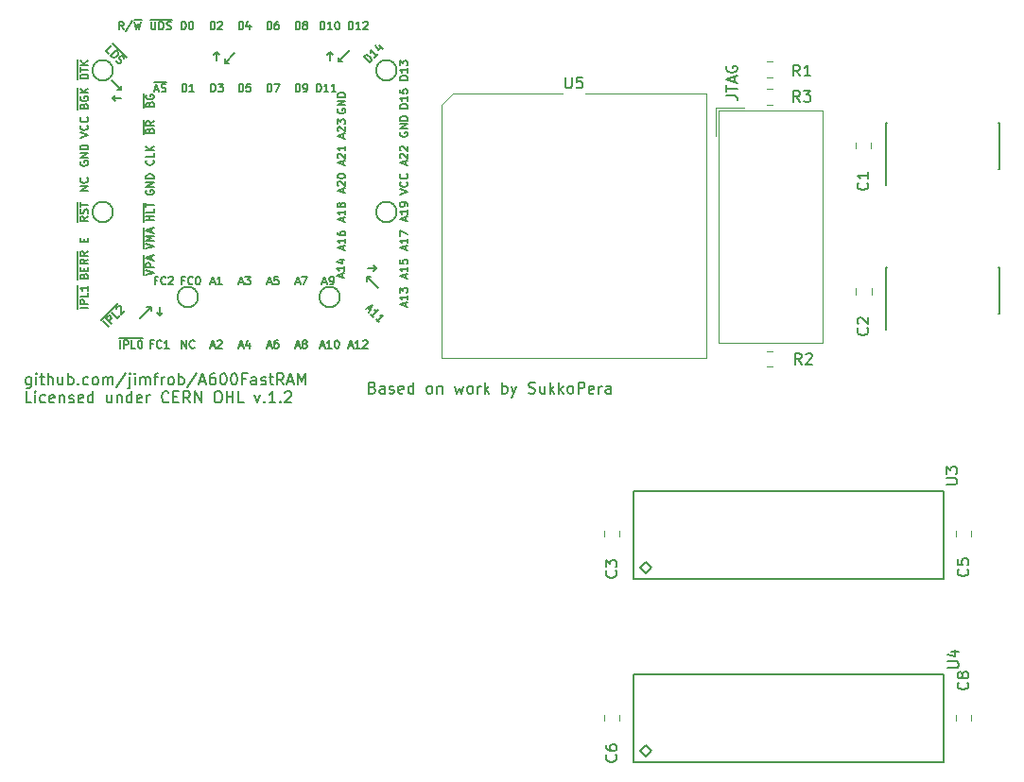
<source format=gbr>
G04 #@! TF.GenerationSoftware,KiCad,Pcbnew,7.0.10*
G04 #@! TF.CreationDate,2024-02-23T15:08:55-06:00*
G04 #@! TF.ProjectId,A600FastRAM,41363030-4661-4737-9452-414d2e6b6963,5*
G04 #@! TF.SameCoordinates,Original*
G04 #@! TF.FileFunction,Legend,Top*
G04 #@! TF.FilePolarity,Positive*
%FSLAX46Y46*%
G04 Gerber Fmt 4.6, Leading zero omitted, Abs format (unit mm)*
G04 Created by KiCad (PCBNEW 7.0.10) date 2024-02-23 15:08:55*
%MOMM*%
%LPD*%
G01*
G04 APERTURE LIST*
%ADD10C,0.150000*%
%ADD11C,0.200000*%
%ADD12C,0.120000*%
G04 APERTURE END LIST*
D10*
X118680033Y-108650833D02*
X118346700Y-108884166D01*
X118680033Y-109050833D02*
X117980033Y-109050833D01*
X117980033Y-109050833D02*
X117980033Y-108784166D01*
X117980033Y-108784166D02*
X118013366Y-108717500D01*
X118013366Y-108717500D02*
X118046700Y-108684166D01*
X118046700Y-108684166D02*
X118113366Y-108650833D01*
X118113366Y-108650833D02*
X118213366Y-108650833D01*
X118213366Y-108650833D02*
X118280033Y-108684166D01*
X118280033Y-108684166D02*
X118313366Y-108717500D01*
X118313366Y-108717500D02*
X118346700Y-108784166D01*
X118346700Y-108784166D02*
X118346700Y-109050833D01*
X118646700Y-108384166D02*
X118680033Y-108284166D01*
X118680033Y-108284166D02*
X118680033Y-108117500D01*
X118680033Y-108117500D02*
X118646700Y-108050833D01*
X118646700Y-108050833D02*
X118613366Y-108017500D01*
X118613366Y-108017500D02*
X118546700Y-107984166D01*
X118546700Y-107984166D02*
X118480033Y-107984166D01*
X118480033Y-107984166D02*
X118413366Y-108017500D01*
X118413366Y-108017500D02*
X118380033Y-108050833D01*
X118380033Y-108050833D02*
X118346700Y-108117500D01*
X118346700Y-108117500D02*
X118313366Y-108250833D01*
X118313366Y-108250833D02*
X118280033Y-108317500D01*
X118280033Y-108317500D02*
X118246700Y-108350833D01*
X118246700Y-108350833D02*
X118180033Y-108384166D01*
X118180033Y-108384166D02*
X118113366Y-108384166D01*
X118113366Y-108384166D02*
X118046700Y-108350833D01*
X118046700Y-108350833D02*
X118013366Y-108317500D01*
X118013366Y-108317500D02*
X117980033Y-108250833D01*
X117980033Y-108250833D02*
X117980033Y-108084166D01*
X117980033Y-108084166D02*
X118013366Y-107984166D01*
X117980033Y-107784166D02*
X117980033Y-107384166D01*
X118680033Y-107584166D02*
X117980033Y-107584166D01*
X117785700Y-109147500D02*
X117785700Y-107387500D01*
X123918866Y-106324332D02*
X123885533Y-106390999D01*
X123885533Y-106390999D02*
X123885533Y-106490999D01*
X123885533Y-106490999D02*
X123918866Y-106590999D01*
X123918866Y-106590999D02*
X123985533Y-106657666D01*
X123985533Y-106657666D02*
X124052200Y-106690999D01*
X124052200Y-106690999D02*
X124185533Y-106724332D01*
X124185533Y-106724332D02*
X124285533Y-106724332D01*
X124285533Y-106724332D02*
X124418866Y-106690999D01*
X124418866Y-106690999D02*
X124485533Y-106657666D01*
X124485533Y-106657666D02*
X124552200Y-106590999D01*
X124552200Y-106590999D02*
X124585533Y-106490999D01*
X124585533Y-106490999D02*
X124585533Y-106424332D01*
X124585533Y-106424332D02*
X124552200Y-106324332D01*
X124552200Y-106324332D02*
X124518866Y-106290999D01*
X124518866Y-106290999D02*
X124285533Y-106290999D01*
X124285533Y-106290999D02*
X124285533Y-106424332D01*
X124585533Y-105990999D02*
X123885533Y-105990999D01*
X123885533Y-105990999D02*
X124585533Y-105590999D01*
X124585533Y-105590999D02*
X123885533Y-105590999D01*
X124585533Y-105257666D02*
X123885533Y-105257666D01*
X123885533Y-105257666D02*
X123885533Y-105090999D01*
X123885533Y-105090999D02*
X123918866Y-104990999D01*
X123918866Y-104990999D02*
X123985533Y-104924333D01*
X123985533Y-104924333D02*
X124052200Y-104890999D01*
X124052200Y-104890999D02*
X124185533Y-104857666D01*
X124185533Y-104857666D02*
X124285533Y-104857666D01*
X124285533Y-104857666D02*
X124418866Y-104890999D01*
X124418866Y-104890999D02*
X124485533Y-104924333D01*
X124485533Y-104924333D02*
X124552200Y-104990999D01*
X124552200Y-104990999D02*
X124585533Y-105090999D01*
X124585533Y-105090999D02*
X124585533Y-105257666D01*
X118013366Y-103720832D02*
X117980033Y-103787499D01*
X117980033Y-103787499D02*
X117980033Y-103887499D01*
X117980033Y-103887499D02*
X118013366Y-103987499D01*
X118013366Y-103987499D02*
X118080033Y-104054166D01*
X118080033Y-104054166D02*
X118146700Y-104087499D01*
X118146700Y-104087499D02*
X118280033Y-104120832D01*
X118280033Y-104120832D02*
X118380033Y-104120832D01*
X118380033Y-104120832D02*
X118513366Y-104087499D01*
X118513366Y-104087499D02*
X118580033Y-104054166D01*
X118580033Y-104054166D02*
X118646700Y-103987499D01*
X118646700Y-103987499D02*
X118680033Y-103887499D01*
X118680033Y-103887499D02*
X118680033Y-103820832D01*
X118680033Y-103820832D02*
X118646700Y-103720832D01*
X118646700Y-103720832D02*
X118613366Y-103687499D01*
X118613366Y-103687499D02*
X118380033Y-103687499D01*
X118380033Y-103687499D02*
X118380033Y-103820832D01*
X118680033Y-103387499D02*
X117980033Y-103387499D01*
X117980033Y-103387499D02*
X118680033Y-102987499D01*
X118680033Y-102987499D02*
X117980033Y-102987499D01*
X118680033Y-102654166D02*
X117980033Y-102654166D01*
X117980033Y-102654166D02*
X117980033Y-102487499D01*
X117980033Y-102487499D02*
X118013366Y-102387499D01*
X118013366Y-102387499D02*
X118080033Y-102320833D01*
X118080033Y-102320833D02*
X118146700Y-102287499D01*
X118146700Y-102287499D02*
X118280033Y-102254166D01*
X118280033Y-102254166D02*
X118380033Y-102254166D01*
X118380033Y-102254166D02*
X118513366Y-102287499D01*
X118513366Y-102287499D02*
X118580033Y-102320833D01*
X118580033Y-102320833D02*
X118646700Y-102387499D01*
X118646700Y-102387499D02*
X118680033Y-102487499D01*
X118680033Y-102487499D02*
X118680033Y-102654166D01*
X117980033Y-101580833D02*
X118680033Y-101347500D01*
X118680033Y-101347500D02*
X117980033Y-101114166D01*
X118613366Y-100480833D02*
X118646700Y-100514166D01*
X118646700Y-100514166D02*
X118680033Y-100614166D01*
X118680033Y-100614166D02*
X118680033Y-100680833D01*
X118680033Y-100680833D02*
X118646700Y-100780833D01*
X118646700Y-100780833D02*
X118580033Y-100847500D01*
X118580033Y-100847500D02*
X118513366Y-100880833D01*
X118513366Y-100880833D02*
X118380033Y-100914166D01*
X118380033Y-100914166D02*
X118280033Y-100914166D01*
X118280033Y-100914166D02*
X118146700Y-100880833D01*
X118146700Y-100880833D02*
X118080033Y-100847500D01*
X118080033Y-100847500D02*
X118013366Y-100780833D01*
X118013366Y-100780833D02*
X117980033Y-100680833D01*
X117980033Y-100680833D02*
X117980033Y-100614166D01*
X117980033Y-100614166D02*
X118013366Y-100514166D01*
X118013366Y-100514166D02*
X118046700Y-100480833D01*
X118613366Y-99780833D02*
X118646700Y-99814166D01*
X118646700Y-99814166D02*
X118680033Y-99914166D01*
X118680033Y-99914166D02*
X118680033Y-99980833D01*
X118680033Y-99980833D02*
X118646700Y-100080833D01*
X118646700Y-100080833D02*
X118580033Y-100147500D01*
X118580033Y-100147500D02*
X118513366Y-100180833D01*
X118513366Y-100180833D02*
X118380033Y-100214166D01*
X118380033Y-100214166D02*
X118280033Y-100214166D01*
X118280033Y-100214166D02*
X118146700Y-100180833D01*
X118146700Y-100180833D02*
X118080033Y-100147500D01*
X118080033Y-100147500D02*
X118013366Y-100080833D01*
X118013366Y-100080833D02*
X117980033Y-99980833D01*
X117980033Y-99980833D02*
X117980033Y-99914166D01*
X117980033Y-99914166D02*
X118013366Y-99814166D01*
X118013366Y-99814166D02*
X118046700Y-99780833D01*
X124518866Y-103604166D02*
X124552200Y-103637499D01*
X124552200Y-103637499D02*
X124585533Y-103737499D01*
X124585533Y-103737499D02*
X124585533Y-103804166D01*
X124585533Y-103804166D02*
X124552200Y-103904166D01*
X124552200Y-103904166D02*
X124485533Y-103970833D01*
X124485533Y-103970833D02*
X124418866Y-104004166D01*
X124418866Y-104004166D02*
X124285533Y-104037499D01*
X124285533Y-104037499D02*
X124185533Y-104037499D01*
X124185533Y-104037499D02*
X124052200Y-104004166D01*
X124052200Y-104004166D02*
X123985533Y-103970833D01*
X123985533Y-103970833D02*
X123918866Y-103904166D01*
X123918866Y-103904166D02*
X123885533Y-103804166D01*
X123885533Y-103804166D02*
X123885533Y-103737499D01*
X123885533Y-103737499D02*
X123918866Y-103637499D01*
X123918866Y-103637499D02*
X123952200Y-103604166D01*
X124585533Y-102970833D02*
X124585533Y-103304166D01*
X124585533Y-103304166D02*
X123885533Y-103304166D01*
X124585533Y-102737499D02*
X123885533Y-102737499D01*
X124585533Y-102337499D02*
X124185533Y-102637499D01*
X123885533Y-102337499D02*
X124285533Y-102737499D01*
X118680033Y-106340999D02*
X117980033Y-106340999D01*
X117980033Y-106340999D02*
X118680033Y-105940999D01*
X118680033Y-105940999D02*
X117980033Y-105940999D01*
X118613366Y-105207666D02*
X118646700Y-105240999D01*
X118646700Y-105240999D02*
X118680033Y-105340999D01*
X118680033Y-105340999D02*
X118680033Y-105407666D01*
X118680033Y-105407666D02*
X118646700Y-105507666D01*
X118646700Y-105507666D02*
X118580033Y-105574333D01*
X118580033Y-105574333D02*
X118513366Y-105607666D01*
X118513366Y-105607666D02*
X118380033Y-105640999D01*
X118380033Y-105640999D02*
X118280033Y-105640999D01*
X118280033Y-105640999D02*
X118146700Y-105607666D01*
X118146700Y-105607666D02*
X118080033Y-105574333D01*
X118080033Y-105574333D02*
X118013366Y-105507666D01*
X118013366Y-105507666D02*
X117980033Y-105407666D01*
X117980033Y-105407666D02*
X117980033Y-105340999D01*
X117980033Y-105340999D02*
X118013366Y-105240999D01*
X118013366Y-105240999D02*
X118046700Y-105207666D01*
X118313366Y-98757500D02*
X118346700Y-98657500D01*
X118346700Y-98657500D02*
X118380033Y-98624166D01*
X118380033Y-98624166D02*
X118446700Y-98590833D01*
X118446700Y-98590833D02*
X118546700Y-98590833D01*
X118546700Y-98590833D02*
X118613366Y-98624166D01*
X118613366Y-98624166D02*
X118646700Y-98657500D01*
X118646700Y-98657500D02*
X118680033Y-98724166D01*
X118680033Y-98724166D02*
X118680033Y-98990833D01*
X118680033Y-98990833D02*
X117980033Y-98990833D01*
X117980033Y-98990833D02*
X117980033Y-98757500D01*
X117980033Y-98757500D02*
X118013366Y-98690833D01*
X118013366Y-98690833D02*
X118046700Y-98657500D01*
X118046700Y-98657500D02*
X118113366Y-98624166D01*
X118113366Y-98624166D02*
X118180033Y-98624166D01*
X118180033Y-98624166D02*
X118246700Y-98657500D01*
X118246700Y-98657500D02*
X118280033Y-98690833D01*
X118280033Y-98690833D02*
X118313366Y-98757500D01*
X118313366Y-98757500D02*
X118313366Y-98990833D01*
X118013366Y-97924166D02*
X117980033Y-97990833D01*
X117980033Y-97990833D02*
X117980033Y-98090833D01*
X117980033Y-98090833D02*
X118013366Y-98190833D01*
X118013366Y-98190833D02*
X118080033Y-98257500D01*
X118080033Y-98257500D02*
X118146700Y-98290833D01*
X118146700Y-98290833D02*
X118280033Y-98324166D01*
X118280033Y-98324166D02*
X118380033Y-98324166D01*
X118380033Y-98324166D02*
X118513366Y-98290833D01*
X118513366Y-98290833D02*
X118580033Y-98257500D01*
X118580033Y-98257500D02*
X118646700Y-98190833D01*
X118646700Y-98190833D02*
X118680033Y-98090833D01*
X118680033Y-98090833D02*
X118680033Y-98024166D01*
X118680033Y-98024166D02*
X118646700Y-97924166D01*
X118646700Y-97924166D02*
X118613366Y-97890833D01*
X118613366Y-97890833D02*
X118380033Y-97890833D01*
X118380033Y-97890833D02*
X118380033Y-98024166D01*
X118680033Y-97590833D02*
X117980033Y-97590833D01*
X118680033Y-97190833D02*
X118280033Y-97490833D01*
X117980033Y-97190833D02*
X118380033Y-97590833D01*
X117785700Y-99087500D02*
X117785700Y-97127500D01*
X118680033Y-96303999D02*
X117980033Y-96303999D01*
X117980033Y-96303999D02*
X117980033Y-96137332D01*
X117980033Y-96137332D02*
X118013366Y-96037332D01*
X118013366Y-96037332D02*
X118080033Y-95970666D01*
X118080033Y-95970666D02*
X118146700Y-95937332D01*
X118146700Y-95937332D02*
X118280033Y-95903999D01*
X118280033Y-95903999D02*
X118380033Y-95903999D01*
X118380033Y-95903999D02*
X118513366Y-95937332D01*
X118513366Y-95937332D02*
X118580033Y-95970666D01*
X118580033Y-95970666D02*
X118646700Y-96037332D01*
X118646700Y-96037332D02*
X118680033Y-96137332D01*
X118680033Y-96137332D02*
X118680033Y-96303999D01*
X117980033Y-95703999D02*
X117980033Y-95303999D01*
X118680033Y-95503999D02*
X117980033Y-95503999D01*
X118680033Y-95070666D02*
X117980033Y-95070666D01*
X118680033Y-94670666D02*
X118280033Y-94970666D01*
X117980033Y-94670666D02*
X118380033Y-95070666D01*
X117785700Y-96400666D02*
X117785700Y-94607333D01*
X124218866Y-100947500D02*
X124252200Y-100847500D01*
X124252200Y-100847500D02*
X124285533Y-100814166D01*
X124285533Y-100814166D02*
X124352200Y-100780833D01*
X124352200Y-100780833D02*
X124452200Y-100780833D01*
X124452200Y-100780833D02*
X124518866Y-100814166D01*
X124518866Y-100814166D02*
X124552200Y-100847500D01*
X124552200Y-100847500D02*
X124585533Y-100914166D01*
X124585533Y-100914166D02*
X124585533Y-101180833D01*
X124585533Y-101180833D02*
X123885533Y-101180833D01*
X123885533Y-101180833D02*
X123885533Y-100947500D01*
X123885533Y-100947500D02*
X123918866Y-100880833D01*
X123918866Y-100880833D02*
X123952200Y-100847500D01*
X123952200Y-100847500D02*
X124018866Y-100814166D01*
X124018866Y-100814166D02*
X124085533Y-100814166D01*
X124085533Y-100814166D02*
X124152200Y-100847500D01*
X124152200Y-100847500D02*
X124185533Y-100880833D01*
X124185533Y-100880833D02*
X124218866Y-100947500D01*
X124218866Y-100947500D02*
X124218866Y-101180833D01*
X124585533Y-100080833D02*
X124252200Y-100314166D01*
X124585533Y-100480833D02*
X123885533Y-100480833D01*
X123885533Y-100480833D02*
X123885533Y-100214166D01*
X123885533Y-100214166D02*
X123918866Y-100147500D01*
X123918866Y-100147500D02*
X123952200Y-100114166D01*
X123952200Y-100114166D02*
X124018866Y-100080833D01*
X124018866Y-100080833D02*
X124118866Y-100080833D01*
X124118866Y-100080833D02*
X124185533Y-100114166D01*
X124185533Y-100114166D02*
X124218866Y-100147500D01*
X124218866Y-100147500D02*
X124252200Y-100214166D01*
X124252200Y-100214166D02*
X124252200Y-100480833D01*
X123691200Y-101277500D02*
X123691200Y-100017500D01*
X124218866Y-98598000D02*
X124252200Y-98498000D01*
X124252200Y-98498000D02*
X124285533Y-98464666D01*
X124285533Y-98464666D02*
X124352200Y-98431333D01*
X124352200Y-98431333D02*
X124452200Y-98431333D01*
X124452200Y-98431333D02*
X124518866Y-98464666D01*
X124518866Y-98464666D02*
X124552200Y-98498000D01*
X124552200Y-98498000D02*
X124585533Y-98564666D01*
X124585533Y-98564666D02*
X124585533Y-98831333D01*
X124585533Y-98831333D02*
X123885533Y-98831333D01*
X123885533Y-98831333D02*
X123885533Y-98598000D01*
X123885533Y-98598000D02*
X123918866Y-98531333D01*
X123918866Y-98531333D02*
X123952200Y-98498000D01*
X123952200Y-98498000D02*
X124018866Y-98464666D01*
X124018866Y-98464666D02*
X124085533Y-98464666D01*
X124085533Y-98464666D02*
X124152200Y-98498000D01*
X124152200Y-98498000D02*
X124185533Y-98531333D01*
X124185533Y-98531333D02*
X124218866Y-98598000D01*
X124218866Y-98598000D02*
X124218866Y-98831333D01*
X123918866Y-97764666D02*
X123885533Y-97831333D01*
X123885533Y-97831333D02*
X123885533Y-97931333D01*
X123885533Y-97931333D02*
X123918866Y-98031333D01*
X123918866Y-98031333D02*
X123985533Y-98098000D01*
X123985533Y-98098000D02*
X124052200Y-98131333D01*
X124052200Y-98131333D02*
X124185533Y-98164666D01*
X124185533Y-98164666D02*
X124285533Y-98164666D01*
X124285533Y-98164666D02*
X124418866Y-98131333D01*
X124418866Y-98131333D02*
X124485533Y-98098000D01*
X124485533Y-98098000D02*
X124552200Y-98031333D01*
X124552200Y-98031333D02*
X124585533Y-97931333D01*
X124585533Y-97931333D02*
X124585533Y-97864666D01*
X124585533Y-97864666D02*
X124552200Y-97764666D01*
X124552200Y-97764666D02*
X124518866Y-97731333D01*
X124518866Y-97731333D02*
X124285533Y-97731333D01*
X124285533Y-97731333D02*
X124285533Y-97864666D01*
X123691200Y-98928000D02*
X123691200Y-97668000D01*
X121878000Y-91883033D02*
X121644667Y-91549700D01*
X121478000Y-91883033D02*
X121478000Y-91183033D01*
X121478000Y-91183033D02*
X121744667Y-91183033D01*
X121744667Y-91183033D02*
X121811334Y-91216366D01*
X121811334Y-91216366D02*
X121844667Y-91249700D01*
X121844667Y-91249700D02*
X121878000Y-91316366D01*
X121878000Y-91316366D02*
X121878000Y-91416366D01*
X121878000Y-91416366D02*
X121844667Y-91483033D01*
X121844667Y-91483033D02*
X121811334Y-91516366D01*
X121811334Y-91516366D02*
X121744667Y-91549700D01*
X121744667Y-91549700D02*
X121478000Y-91549700D01*
X122678000Y-91149700D02*
X122078000Y-92049700D01*
X122844667Y-91183033D02*
X123011333Y-91883033D01*
X123011333Y-91883033D02*
X123144667Y-91383033D01*
X123144667Y-91383033D02*
X123278000Y-91883033D01*
X123278000Y-91883033D02*
X123444667Y-91183033D01*
X122814667Y-90988700D02*
X123474667Y-90988700D01*
X120553747Y-94076685D02*
X120318045Y-93840983D01*
X120318045Y-93840983D02*
X120813019Y-93346008D01*
X120718739Y-94241677D02*
X121213713Y-93746702D01*
X121213713Y-93746702D02*
X121331564Y-93864554D01*
X121331564Y-93864554D02*
X121378705Y-93958835D01*
X121378705Y-93958835D02*
X121378705Y-94053115D01*
X121378705Y-94053115D02*
X121355135Y-94123826D01*
X121355135Y-94123826D02*
X121284424Y-94241677D01*
X121284424Y-94241677D02*
X121213713Y-94312388D01*
X121213713Y-94312388D02*
X121095862Y-94383099D01*
X121095862Y-94383099D02*
X121025152Y-94406669D01*
X121025152Y-94406669D02*
X120930871Y-94406669D01*
X120930871Y-94406669D02*
X120836590Y-94359528D01*
X120836590Y-94359528D02*
X120718739Y-94241677D01*
X121213713Y-94689512D02*
X121260854Y-94783792D01*
X121260854Y-94783792D02*
X121378705Y-94901644D01*
X121378705Y-94901644D02*
X121449416Y-94925214D01*
X121449416Y-94925214D02*
X121496556Y-94925214D01*
X121496556Y-94925214D02*
X121567267Y-94901644D01*
X121567267Y-94901644D02*
X121614407Y-94854503D01*
X121614407Y-94854503D02*
X121637977Y-94783792D01*
X121637977Y-94783792D02*
X121637977Y-94736652D01*
X121637977Y-94736652D02*
X121614407Y-94665941D01*
X121614407Y-94665941D02*
X121543697Y-94548090D01*
X121543697Y-94548090D02*
X121520126Y-94477379D01*
X121520126Y-94477379D02*
X121520126Y-94430239D01*
X121520126Y-94430239D02*
X121543697Y-94359528D01*
X121543697Y-94359528D02*
X121590837Y-94312388D01*
X121590837Y-94312388D02*
X121661548Y-94288818D01*
X121661548Y-94288818D02*
X121708688Y-94288818D01*
X121708688Y-94288818D02*
X121779399Y-94312388D01*
X121779399Y-94312388D02*
X121897250Y-94430239D01*
X121897250Y-94430239D02*
X121944390Y-94524520D01*
X120882080Y-93140240D02*
X122150159Y-94408319D01*
X124338666Y-91183033D02*
X124338666Y-91749700D01*
X124338666Y-91749700D02*
X124372000Y-91816366D01*
X124372000Y-91816366D02*
X124405333Y-91849700D01*
X124405333Y-91849700D02*
X124472000Y-91883033D01*
X124472000Y-91883033D02*
X124605333Y-91883033D01*
X124605333Y-91883033D02*
X124672000Y-91849700D01*
X124672000Y-91849700D02*
X124705333Y-91816366D01*
X124705333Y-91816366D02*
X124738666Y-91749700D01*
X124738666Y-91749700D02*
X124738666Y-91183033D01*
X125071999Y-91883033D02*
X125071999Y-91183033D01*
X125071999Y-91183033D02*
X125238666Y-91183033D01*
X125238666Y-91183033D02*
X125338666Y-91216366D01*
X125338666Y-91216366D02*
X125405333Y-91283033D01*
X125405333Y-91283033D02*
X125438666Y-91349700D01*
X125438666Y-91349700D02*
X125471999Y-91483033D01*
X125471999Y-91483033D02*
X125471999Y-91583033D01*
X125471999Y-91583033D02*
X125438666Y-91716366D01*
X125438666Y-91716366D02*
X125405333Y-91783033D01*
X125405333Y-91783033D02*
X125338666Y-91849700D01*
X125338666Y-91849700D02*
X125238666Y-91883033D01*
X125238666Y-91883033D02*
X125071999Y-91883033D01*
X125738666Y-91849700D02*
X125838666Y-91883033D01*
X125838666Y-91883033D02*
X126005333Y-91883033D01*
X126005333Y-91883033D02*
X126071999Y-91849700D01*
X126071999Y-91849700D02*
X126105333Y-91816366D01*
X126105333Y-91816366D02*
X126138666Y-91749700D01*
X126138666Y-91749700D02*
X126138666Y-91683033D01*
X126138666Y-91683033D02*
X126105333Y-91616366D01*
X126105333Y-91616366D02*
X126071999Y-91583033D01*
X126071999Y-91583033D02*
X126005333Y-91549700D01*
X126005333Y-91549700D02*
X125871999Y-91516366D01*
X125871999Y-91516366D02*
X125805333Y-91483033D01*
X125805333Y-91483033D02*
X125771999Y-91449700D01*
X125771999Y-91449700D02*
X125738666Y-91383033D01*
X125738666Y-91383033D02*
X125738666Y-91316366D01*
X125738666Y-91316366D02*
X125771999Y-91249700D01*
X125771999Y-91249700D02*
X125805333Y-91216366D01*
X125805333Y-91216366D02*
X125871999Y-91183033D01*
X125871999Y-91183033D02*
X126038666Y-91183033D01*
X126038666Y-91183033D02*
X126138666Y-91216366D01*
X124242000Y-90988700D02*
X126202000Y-90988700D01*
X124658500Y-97271033D02*
X124991833Y-97271033D01*
X124591833Y-97471033D02*
X124825167Y-96771033D01*
X124825167Y-96771033D02*
X125058500Y-97471033D01*
X125258500Y-97437700D02*
X125358500Y-97471033D01*
X125358500Y-97471033D02*
X125525167Y-97471033D01*
X125525167Y-97471033D02*
X125591833Y-97437700D01*
X125591833Y-97437700D02*
X125625167Y-97404366D01*
X125625167Y-97404366D02*
X125658500Y-97337700D01*
X125658500Y-97337700D02*
X125658500Y-97271033D01*
X125658500Y-97271033D02*
X125625167Y-97204366D01*
X125625167Y-97204366D02*
X125591833Y-97171033D01*
X125591833Y-97171033D02*
X125525167Y-97137700D01*
X125525167Y-97137700D02*
X125391833Y-97104366D01*
X125391833Y-97104366D02*
X125325167Y-97071033D01*
X125325167Y-97071033D02*
X125291833Y-97037700D01*
X125291833Y-97037700D02*
X125258500Y-96971033D01*
X125258500Y-96971033D02*
X125258500Y-96904366D01*
X125258500Y-96904366D02*
X125291833Y-96837700D01*
X125291833Y-96837700D02*
X125325167Y-96804366D01*
X125325167Y-96804366D02*
X125391833Y-96771033D01*
X125391833Y-96771033D02*
X125558500Y-96771033D01*
X125558500Y-96771033D02*
X125658500Y-96804366D01*
X124595167Y-96576700D02*
X125721834Y-96576700D01*
X127054833Y-91883033D02*
X127054833Y-91183033D01*
X127054833Y-91183033D02*
X127221500Y-91183033D01*
X127221500Y-91183033D02*
X127321500Y-91216366D01*
X127321500Y-91216366D02*
X127388167Y-91283033D01*
X127388167Y-91283033D02*
X127421500Y-91349700D01*
X127421500Y-91349700D02*
X127454833Y-91483033D01*
X127454833Y-91483033D02*
X127454833Y-91583033D01*
X127454833Y-91583033D02*
X127421500Y-91716366D01*
X127421500Y-91716366D02*
X127388167Y-91783033D01*
X127388167Y-91783033D02*
X127321500Y-91849700D01*
X127321500Y-91849700D02*
X127221500Y-91883033D01*
X127221500Y-91883033D02*
X127054833Y-91883033D01*
X127888167Y-91183033D02*
X127954833Y-91183033D01*
X127954833Y-91183033D02*
X128021500Y-91216366D01*
X128021500Y-91216366D02*
X128054833Y-91249700D01*
X128054833Y-91249700D02*
X128088167Y-91316366D01*
X128088167Y-91316366D02*
X128121500Y-91449700D01*
X128121500Y-91449700D02*
X128121500Y-91616366D01*
X128121500Y-91616366D02*
X128088167Y-91749700D01*
X128088167Y-91749700D02*
X128054833Y-91816366D01*
X128054833Y-91816366D02*
X128021500Y-91849700D01*
X128021500Y-91849700D02*
X127954833Y-91883033D01*
X127954833Y-91883033D02*
X127888167Y-91883033D01*
X127888167Y-91883033D02*
X127821500Y-91849700D01*
X127821500Y-91849700D02*
X127788167Y-91816366D01*
X127788167Y-91816366D02*
X127754833Y-91749700D01*
X127754833Y-91749700D02*
X127721500Y-91616366D01*
X127721500Y-91616366D02*
X127721500Y-91449700D01*
X127721500Y-91449700D02*
X127754833Y-91316366D01*
X127754833Y-91316366D02*
X127788167Y-91249700D01*
X127788167Y-91249700D02*
X127821500Y-91216366D01*
X127821500Y-91216366D02*
X127888167Y-91183033D01*
X129658333Y-91883033D02*
X129658333Y-91183033D01*
X129658333Y-91183033D02*
X129825000Y-91183033D01*
X129825000Y-91183033D02*
X129925000Y-91216366D01*
X129925000Y-91216366D02*
X129991667Y-91283033D01*
X129991667Y-91283033D02*
X130025000Y-91349700D01*
X130025000Y-91349700D02*
X130058333Y-91483033D01*
X130058333Y-91483033D02*
X130058333Y-91583033D01*
X130058333Y-91583033D02*
X130025000Y-91716366D01*
X130025000Y-91716366D02*
X129991667Y-91783033D01*
X129991667Y-91783033D02*
X129925000Y-91849700D01*
X129925000Y-91849700D02*
X129825000Y-91883033D01*
X129825000Y-91883033D02*
X129658333Y-91883033D01*
X130325000Y-91249700D02*
X130358333Y-91216366D01*
X130358333Y-91216366D02*
X130425000Y-91183033D01*
X130425000Y-91183033D02*
X130591667Y-91183033D01*
X130591667Y-91183033D02*
X130658333Y-91216366D01*
X130658333Y-91216366D02*
X130691667Y-91249700D01*
X130691667Y-91249700D02*
X130725000Y-91316366D01*
X130725000Y-91316366D02*
X130725000Y-91383033D01*
X130725000Y-91383033D02*
X130691667Y-91483033D01*
X130691667Y-91483033D02*
X130291667Y-91883033D01*
X130291667Y-91883033D02*
X130725000Y-91883033D01*
X129721833Y-97471033D02*
X129721833Y-96771033D01*
X129721833Y-96771033D02*
X129888500Y-96771033D01*
X129888500Y-96771033D02*
X129988500Y-96804366D01*
X129988500Y-96804366D02*
X130055167Y-96871033D01*
X130055167Y-96871033D02*
X130088500Y-96937700D01*
X130088500Y-96937700D02*
X130121833Y-97071033D01*
X130121833Y-97071033D02*
X130121833Y-97171033D01*
X130121833Y-97171033D02*
X130088500Y-97304366D01*
X130088500Y-97304366D02*
X130055167Y-97371033D01*
X130055167Y-97371033D02*
X129988500Y-97437700D01*
X129988500Y-97437700D02*
X129888500Y-97471033D01*
X129888500Y-97471033D02*
X129721833Y-97471033D01*
X130355167Y-96771033D02*
X130788500Y-96771033D01*
X130788500Y-96771033D02*
X130555167Y-97037700D01*
X130555167Y-97037700D02*
X130655167Y-97037700D01*
X130655167Y-97037700D02*
X130721833Y-97071033D01*
X130721833Y-97071033D02*
X130755167Y-97104366D01*
X130755167Y-97104366D02*
X130788500Y-97171033D01*
X130788500Y-97171033D02*
X130788500Y-97337700D01*
X130788500Y-97337700D02*
X130755167Y-97404366D01*
X130755167Y-97404366D02*
X130721833Y-97437700D01*
X130721833Y-97437700D02*
X130655167Y-97471033D01*
X130655167Y-97471033D02*
X130455167Y-97471033D01*
X130455167Y-97471033D02*
X130388500Y-97437700D01*
X130388500Y-97437700D02*
X130355167Y-97404366D01*
X127118333Y-97471033D02*
X127118333Y-96771033D01*
X127118333Y-96771033D02*
X127285000Y-96771033D01*
X127285000Y-96771033D02*
X127385000Y-96804366D01*
X127385000Y-96804366D02*
X127451667Y-96871033D01*
X127451667Y-96871033D02*
X127485000Y-96937700D01*
X127485000Y-96937700D02*
X127518333Y-97071033D01*
X127518333Y-97071033D02*
X127518333Y-97171033D01*
X127518333Y-97171033D02*
X127485000Y-97304366D01*
X127485000Y-97304366D02*
X127451667Y-97371033D01*
X127451667Y-97371033D02*
X127385000Y-97437700D01*
X127385000Y-97437700D02*
X127285000Y-97471033D01*
X127285000Y-97471033D02*
X127118333Y-97471033D01*
X128185000Y-97471033D02*
X127785000Y-97471033D01*
X127985000Y-97471033D02*
X127985000Y-96771033D01*
X127985000Y-96771033D02*
X127918333Y-96871033D01*
X127918333Y-96871033D02*
X127851667Y-96937700D01*
X127851667Y-96937700D02*
X127785000Y-96971033D01*
X132198333Y-97471033D02*
X132198333Y-96771033D01*
X132198333Y-96771033D02*
X132365000Y-96771033D01*
X132365000Y-96771033D02*
X132465000Y-96804366D01*
X132465000Y-96804366D02*
X132531667Y-96871033D01*
X132531667Y-96871033D02*
X132565000Y-96937700D01*
X132565000Y-96937700D02*
X132598333Y-97071033D01*
X132598333Y-97071033D02*
X132598333Y-97171033D01*
X132598333Y-97171033D02*
X132565000Y-97304366D01*
X132565000Y-97304366D02*
X132531667Y-97371033D01*
X132531667Y-97371033D02*
X132465000Y-97437700D01*
X132465000Y-97437700D02*
X132365000Y-97471033D01*
X132365000Y-97471033D02*
X132198333Y-97471033D01*
X133231667Y-96771033D02*
X132898333Y-96771033D01*
X132898333Y-96771033D02*
X132865000Y-97104366D01*
X132865000Y-97104366D02*
X132898333Y-97071033D01*
X132898333Y-97071033D02*
X132965000Y-97037700D01*
X132965000Y-97037700D02*
X133131667Y-97037700D01*
X133131667Y-97037700D02*
X133198333Y-97071033D01*
X133198333Y-97071033D02*
X133231667Y-97104366D01*
X133231667Y-97104366D02*
X133265000Y-97171033D01*
X133265000Y-97171033D02*
X133265000Y-97337700D01*
X133265000Y-97337700D02*
X133231667Y-97404366D01*
X133231667Y-97404366D02*
X133198333Y-97437700D01*
X133198333Y-97437700D02*
X133131667Y-97471033D01*
X133131667Y-97471033D02*
X132965000Y-97471033D01*
X132965000Y-97471033D02*
X132898333Y-97437700D01*
X132898333Y-97437700D02*
X132865000Y-97404366D01*
X134738333Y-97471033D02*
X134738333Y-96771033D01*
X134738333Y-96771033D02*
X134905000Y-96771033D01*
X134905000Y-96771033D02*
X135005000Y-96804366D01*
X135005000Y-96804366D02*
X135071667Y-96871033D01*
X135071667Y-96871033D02*
X135105000Y-96937700D01*
X135105000Y-96937700D02*
X135138333Y-97071033D01*
X135138333Y-97071033D02*
X135138333Y-97171033D01*
X135138333Y-97171033D02*
X135105000Y-97304366D01*
X135105000Y-97304366D02*
X135071667Y-97371033D01*
X135071667Y-97371033D02*
X135005000Y-97437700D01*
X135005000Y-97437700D02*
X134905000Y-97471033D01*
X134905000Y-97471033D02*
X134738333Y-97471033D01*
X135371667Y-96771033D02*
X135838333Y-96771033D01*
X135838333Y-96771033D02*
X135538333Y-97471033D01*
X137278333Y-97471033D02*
X137278333Y-96771033D01*
X137278333Y-96771033D02*
X137445000Y-96771033D01*
X137445000Y-96771033D02*
X137545000Y-96804366D01*
X137545000Y-96804366D02*
X137611667Y-96871033D01*
X137611667Y-96871033D02*
X137645000Y-96937700D01*
X137645000Y-96937700D02*
X137678333Y-97071033D01*
X137678333Y-97071033D02*
X137678333Y-97171033D01*
X137678333Y-97171033D02*
X137645000Y-97304366D01*
X137645000Y-97304366D02*
X137611667Y-97371033D01*
X137611667Y-97371033D02*
X137545000Y-97437700D01*
X137545000Y-97437700D02*
X137445000Y-97471033D01*
X137445000Y-97471033D02*
X137278333Y-97471033D01*
X138011667Y-97471033D02*
X138145000Y-97471033D01*
X138145000Y-97471033D02*
X138211667Y-97437700D01*
X138211667Y-97437700D02*
X138245000Y-97404366D01*
X138245000Y-97404366D02*
X138311667Y-97304366D01*
X138311667Y-97304366D02*
X138345000Y-97171033D01*
X138345000Y-97171033D02*
X138345000Y-96904366D01*
X138345000Y-96904366D02*
X138311667Y-96837700D01*
X138311667Y-96837700D02*
X138278333Y-96804366D01*
X138278333Y-96804366D02*
X138211667Y-96771033D01*
X138211667Y-96771033D02*
X138078333Y-96771033D01*
X138078333Y-96771033D02*
X138011667Y-96804366D01*
X138011667Y-96804366D02*
X137978333Y-96837700D01*
X137978333Y-96837700D02*
X137945000Y-96904366D01*
X137945000Y-96904366D02*
X137945000Y-97071033D01*
X137945000Y-97071033D02*
X137978333Y-97137700D01*
X137978333Y-97137700D02*
X138011667Y-97171033D01*
X138011667Y-97171033D02*
X138078333Y-97204366D01*
X138078333Y-97204366D02*
X138211667Y-97204366D01*
X138211667Y-97204366D02*
X138278333Y-97171033D01*
X138278333Y-97171033D02*
X138311667Y-97137700D01*
X138311667Y-97137700D02*
X138345000Y-97071033D01*
X139167499Y-97471033D02*
X139167499Y-96771033D01*
X139167499Y-96771033D02*
X139334166Y-96771033D01*
X139334166Y-96771033D02*
X139434166Y-96804366D01*
X139434166Y-96804366D02*
X139500833Y-96871033D01*
X139500833Y-96871033D02*
X139534166Y-96937700D01*
X139534166Y-96937700D02*
X139567499Y-97071033D01*
X139567499Y-97071033D02*
X139567499Y-97171033D01*
X139567499Y-97171033D02*
X139534166Y-97304366D01*
X139534166Y-97304366D02*
X139500833Y-97371033D01*
X139500833Y-97371033D02*
X139434166Y-97437700D01*
X139434166Y-97437700D02*
X139334166Y-97471033D01*
X139334166Y-97471033D02*
X139167499Y-97471033D01*
X140234166Y-97471033D02*
X139834166Y-97471033D01*
X140034166Y-97471033D02*
X140034166Y-96771033D01*
X140034166Y-96771033D02*
X139967499Y-96871033D01*
X139967499Y-96871033D02*
X139900833Y-96937700D01*
X139900833Y-96937700D02*
X139834166Y-96971033D01*
X140900833Y-97471033D02*
X140500833Y-97471033D01*
X140700833Y-97471033D02*
X140700833Y-96771033D01*
X140700833Y-96771033D02*
X140634166Y-96871033D01*
X140634166Y-96871033D02*
X140567500Y-96937700D01*
X140567500Y-96937700D02*
X140500833Y-96971033D01*
X134738333Y-91883033D02*
X134738333Y-91183033D01*
X134738333Y-91183033D02*
X134905000Y-91183033D01*
X134905000Y-91183033D02*
X135005000Y-91216366D01*
X135005000Y-91216366D02*
X135071667Y-91283033D01*
X135071667Y-91283033D02*
X135105000Y-91349700D01*
X135105000Y-91349700D02*
X135138333Y-91483033D01*
X135138333Y-91483033D02*
X135138333Y-91583033D01*
X135138333Y-91583033D02*
X135105000Y-91716366D01*
X135105000Y-91716366D02*
X135071667Y-91783033D01*
X135071667Y-91783033D02*
X135005000Y-91849700D01*
X135005000Y-91849700D02*
X134905000Y-91883033D01*
X134905000Y-91883033D02*
X134738333Y-91883033D01*
X135738333Y-91183033D02*
X135605000Y-91183033D01*
X135605000Y-91183033D02*
X135538333Y-91216366D01*
X135538333Y-91216366D02*
X135505000Y-91249700D01*
X135505000Y-91249700D02*
X135438333Y-91349700D01*
X135438333Y-91349700D02*
X135405000Y-91483033D01*
X135405000Y-91483033D02*
X135405000Y-91749700D01*
X135405000Y-91749700D02*
X135438333Y-91816366D01*
X135438333Y-91816366D02*
X135471667Y-91849700D01*
X135471667Y-91849700D02*
X135538333Y-91883033D01*
X135538333Y-91883033D02*
X135671667Y-91883033D01*
X135671667Y-91883033D02*
X135738333Y-91849700D01*
X135738333Y-91849700D02*
X135771667Y-91816366D01*
X135771667Y-91816366D02*
X135805000Y-91749700D01*
X135805000Y-91749700D02*
X135805000Y-91583033D01*
X135805000Y-91583033D02*
X135771667Y-91516366D01*
X135771667Y-91516366D02*
X135738333Y-91483033D01*
X135738333Y-91483033D02*
X135671667Y-91449700D01*
X135671667Y-91449700D02*
X135538333Y-91449700D01*
X135538333Y-91449700D02*
X135471667Y-91483033D01*
X135471667Y-91483033D02*
X135438333Y-91516366D01*
X135438333Y-91516366D02*
X135405000Y-91583033D01*
X132198333Y-91883033D02*
X132198333Y-91183033D01*
X132198333Y-91183033D02*
X132365000Y-91183033D01*
X132365000Y-91183033D02*
X132465000Y-91216366D01*
X132465000Y-91216366D02*
X132531667Y-91283033D01*
X132531667Y-91283033D02*
X132565000Y-91349700D01*
X132565000Y-91349700D02*
X132598333Y-91483033D01*
X132598333Y-91483033D02*
X132598333Y-91583033D01*
X132598333Y-91583033D02*
X132565000Y-91716366D01*
X132565000Y-91716366D02*
X132531667Y-91783033D01*
X132531667Y-91783033D02*
X132465000Y-91849700D01*
X132465000Y-91849700D02*
X132365000Y-91883033D01*
X132365000Y-91883033D02*
X132198333Y-91883033D01*
X133198333Y-91416366D02*
X133198333Y-91883033D01*
X133031667Y-91149700D02*
X132865000Y-91649700D01*
X132865000Y-91649700D02*
X133298333Y-91649700D01*
X137278333Y-91883033D02*
X137278333Y-91183033D01*
X137278333Y-91183033D02*
X137445000Y-91183033D01*
X137445000Y-91183033D02*
X137545000Y-91216366D01*
X137545000Y-91216366D02*
X137611667Y-91283033D01*
X137611667Y-91283033D02*
X137645000Y-91349700D01*
X137645000Y-91349700D02*
X137678333Y-91483033D01*
X137678333Y-91483033D02*
X137678333Y-91583033D01*
X137678333Y-91583033D02*
X137645000Y-91716366D01*
X137645000Y-91716366D02*
X137611667Y-91783033D01*
X137611667Y-91783033D02*
X137545000Y-91849700D01*
X137545000Y-91849700D02*
X137445000Y-91883033D01*
X137445000Y-91883033D02*
X137278333Y-91883033D01*
X138078333Y-91483033D02*
X138011667Y-91449700D01*
X138011667Y-91449700D02*
X137978333Y-91416366D01*
X137978333Y-91416366D02*
X137945000Y-91349700D01*
X137945000Y-91349700D02*
X137945000Y-91316366D01*
X137945000Y-91316366D02*
X137978333Y-91249700D01*
X137978333Y-91249700D02*
X138011667Y-91216366D01*
X138011667Y-91216366D02*
X138078333Y-91183033D01*
X138078333Y-91183033D02*
X138211667Y-91183033D01*
X138211667Y-91183033D02*
X138278333Y-91216366D01*
X138278333Y-91216366D02*
X138311667Y-91249700D01*
X138311667Y-91249700D02*
X138345000Y-91316366D01*
X138345000Y-91316366D02*
X138345000Y-91349700D01*
X138345000Y-91349700D02*
X138311667Y-91416366D01*
X138311667Y-91416366D02*
X138278333Y-91449700D01*
X138278333Y-91449700D02*
X138211667Y-91483033D01*
X138211667Y-91483033D02*
X138078333Y-91483033D01*
X138078333Y-91483033D02*
X138011667Y-91516366D01*
X138011667Y-91516366D02*
X137978333Y-91549700D01*
X137978333Y-91549700D02*
X137945000Y-91616366D01*
X137945000Y-91616366D02*
X137945000Y-91749700D01*
X137945000Y-91749700D02*
X137978333Y-91816366D01*
X137978333Y-91816366D02*
X138011667Y-91849700D01*
X138011667Y-91849700D02*
X138078333Y-91883033D01*
X138078333Y-91883033D02*
X138211667Y-91883033D01*
X138211667Y-91883033D02*
X138278333Y-91849700D01*
X138278333Y-91849700D02*
X138311667Y-91816366D01*
X138311667Y-91816366D02*
X138345000Y-91749700D01*
X138345000Y-91749700D02*
X138345000Y-91616366D01*
X138345000Y-91616366D02*
X138311667Y-91549700D01*
X138311667Y-91549700D02*
X138278333Y-91516366D01*
X138278333Y-91516366D02*
X138211667Y-91483033D01*
X139484999Y-91883033D02*
X139484999Y-91183033D01*
X139484999Y-91183033D02*
X139651666Y-91183033D01*
X139651666Y-91183033D02*
X139751666Y-91216366D01*
X139751666Y-91216366D02*
X139818333Y-91283033D01*
X139818333Y-91283033D02*
X139851666Y-91349700D01*
X139851666Y-91349700D02*
X139884999Y-91483033D01*
X139884999Y-91483033D02*
X139884999Y-91583033D01*
X139884999Y-91583033D02*
X139851666Y-91716366D01*
X139851666Y-91716366D02*
X139818333Y-91783033D01*
X139818333Y-91783033D02*
X139751666Y-91849700D01*
X139751666Y-91849700D02*
X139651666Y-91883033D01*
X139651666Y-91883033D02*
X139484999Y-91883033D01*
X140551666Y-91883033D02*
X140151666Y-91883033D01*
X140351666Y-91883033D02*
X140351666Y-91183033D01*
X140351666Y-91183033D02*
X140284999Y-91283033D01*
X140284999Y-91283033D02*
X140218333Y-91349700D01*
X140218333Y-91349700D02*
X140151666Y-91383033D01*
X140985000Y-91183033D02*
X141051666Y-91183033D01*
X141051666Y-91183033D02*
X141118333Y-91216366D01*
X141118333Y-91216366D02*
X141151666Y-91249700D01*
X141151666Y-91249700D02*
X141185000Y-91316366D01*
X141185000Y-91316366D02*
X141218333Y-91449700D01*
X141218333Y-91449700D02*
X141218333Y-91616366D01*
X141218333Y-91616366D02*
X141185000Y-91749700D01*
X141185000Y-91749700D02*
X141151666Y-91816366D01*
X141151666Y-91816366D02*
X141118333Y-91849700D01*
X141118333Y-91849700D02*
X141051666Y-91883033D01*
X141051666Y-91883033D02*
X140985000Y-91883033D01*
X140985000Y-91883033D02*
X140918333Y-91849700D01*
X140918333Y-91849700D02*
X140885000Y-91816366D01*
X140885000Y-91816366D02*
X140851666Y-91749700D01*
X140851666Y-91749700D02*
X140818333Y-91616366D01*
X140818333Y-91616366D02*
X140818333Y-91449700D01*
X140818333Y-91449700D02*
X140851666Y-91316366D01*
X140851666Y-91316366D02*
X140885000Y-91249700D01*
X140885000Y-91249700D02*
X140918333Y-91216366D01*
X140918333Y-91216366D02*
X140985000Y-91183033D01*
X142024999Y-91883033D02*
X142024999Y-91183033D01*
X142024999Y-91183033D02*
X142191666Y-91183033D01*
X142191666Y-91183033D02*
X142291666Y-91216366D01*
X142291666Y-91216366D02*
X142358333Y-91283033D01*
X142358333Y-91283033D02*
X142391666Y-91349700D01*
X142391666Y-91349700D02*
X142424999Y-91483033D01*
X142424999Y-91483033D02*
X142424999Y-91583033D01*
X142424999Y-91583033D02*
X142391666Y-91716366D01*
X142391666Y-91716366D02*
X142358333Y-91783033D01*
X142358333Y-91783033D02*
X142291666Y-91849700D01*
X142291666Y-91849700D02*
X142191666Y-91883033D01*
X142191666Y-91883033D02*
X142024999Y-91883033D01*
X143091666Y-91883033D02*
X142691666Y-91883033D01*
X142891666Y-91883033D02*
X142891666Y-91183033D01*
X142891666Y-91183033D02*
X142824999Y-91283033D01*
X142824999Y-91283033D02*
X142758333Y-91349700D01*
X142758333Y-91349700D02*
X142691666Y-91383033D01*
X143358333Y-91249700D02*
X143391666Y-91216366D01*
X143391666Y-91216366D02*
X143458333Y-91183033D01*
X143458333Y-91183033D02*
X143625000Y-91183033D01*
X143625000Y-91183033D02*
X143691666Y-91216366D01*
X143691666Y-91216366D02*
X143725000Y-91249700D01*
X143725000Y-91249700D02*
X143758333Y-91316366D01*
X143758333Y-91316366D02*
X143758333Y-91383033D01*
X143758333Y-91383033D02*
X143725000Y-91483033D01*
X143725000Y-91483033D02*
X143325000Y-91883033D01*
X143325000Y-91883033D02*
X143758333Y-91883033D01*
X118313366Y-110893999D02*
X118313366Y-110660666D01*
X118680033Y-110560666D02*
X118680033Y-110893999D01*
X118680033Y-110893999D02*
X117980033Y-110893999D01*
X117980033Y-110893999D02*
X117980033Y-110560666D01*
X118680033Y-116854166D02*
X117980033Y-116854166D01*
X118680033Y-116520833D02*
X117980033Y-116520833D01*
X117980033Y-116520833D02*
X117980033Y-116254166D01*
X117980033Y-116254166D02*
X118013366Y-116187500D01*
X118013366Y-116187500D02*
X118046700Y-116154166D01*
X118046700Y-116154166D02*
X118113366Y-116120833D01*
X118113366Y-116120833D02*
X118213366Y-116120833D01*
X118213366Y-116120833D02*
X118280033Y-116154166D01*
X118280033Y-116154166D02*
X118313366Y-116187500D01*
X118313366Y-116187500D02*
X118346700Y-116254166D01*
X118346700Y-116254166D02*
X118346700Y-116520833D01*
X118680033Y-115487500D02*
X118680033Y-115820833D01*
X118680033Y-115820833D02*
X117980033Y-115820833D01*
X118680033Y-114887499D02*
X118680033Y-115287499D01*
X118680033Y-115087499D02*
X117980033Y-115087499D01*
X117980033Y-115087499D02*
X118080033Y-115154166D01*
X118080033Y-115154166D02*
X118146700Y-115220833D01*
X118146700Y-115220833D02*
X118180033Y-115287499D01*
X117785700Y-116950833D02*
X117785700Y-114824166D01*
X118313366Y-113996666D02*
X118346700Y-113896666D01*
X118346700Y-113896666D02*
X118380033Y-113863332D01*
X118380033Y-113863332D02*
X118446700Y-113829999D01*
X118446700Y-113829999D02*
X118546700Y-113829999D01*
X118546700Y-113829999D02*
X118613366Y-113863332D01*
X118613366Y-113863332D02*
X118646700Y-113896666D01*
X118646700Y-113896666D02*
X118680033Y-113963332D01*
X118680033Y-113963332D02*
X118680033Y-114229999D01*
X118680033Y-114229999D02*
X117980033Y-114229999D01*
X117980033Y-114229999D02*
X117980033Y-113996666D01*
X117980033Y-113996666D02*
X118013366Y-113929999D01*
X118013366Y-113929999D02*
X118046700Y-113896666D01*
X118046700Y-113896666D02*
X118113366Y-113863332D01*
X118113366Y-113863332D02*
X118180033Y-113863332D01*
X118180033Y-113863332D02*
X118246700Y-113896666D01*
X118246700Y-113896666D02*
X118280033Y-113929999D01*
X118280033Y-113929999D02*
X118313366Y-113996666D01*
X118313366Y-113996666D02*
X118313366Y-114229999D01*
X118313366Y-113529999D02*
X118313366Y-113296666D01*
X118680033Y-113196666D02*
X118680033Y-113529999D01*
X118680033Y-113529999D02*
X117980033Y-113529999D01*
X117980033Y-113529999D02*
X117980033Y-113196666D01*
X118680033Y-112496666D02*
X118346700Y-112729999D01*
X118680033Y-112896666D02*
X117980033Y-112896666D01*
X117980033Y-112896666D02*
X117980033Y-112629999D01*
X117980033Y-112629999D02*
X118013366Y-112563333D01*
X118013366Y-112563333D02*
X118046700Y-112529999D01*
X118046700Y-112529999D02*
X118113366Y-112496666D01*
X118113366Y-112496666D02*
X118213366Y-112496666D01*
X118213366Y-112496666D02*
X118280033Y-112529999D01*
X118280033Y-112529999D02*
X118313366Y-112563333D01*
X118313366Y-112563333D02*
X118346700Y-112629999D01*
X118346700Y-112629999D02*
X118346700Y-112896666D01*
X118680033Y-111796666D02*
X118346700Y-112029999D01*
X118680033Y-112196666D02*
X117980033Y-112196666D01*
X117980033Y-112196666D02*
X117980033Y-111929999D01*
X117980033Y-111929999D02*
X118013366Y-111863333D01*
X118013366Y-111863333D02*
X118046700Y-111829999D01*
X118046700Y-111829999D02*
X118113366Y-111796666D01*
X118113366Y-111796666D02*
X118213366Y-111796666D01*
X118213366Y-111796666D02*
X118280033Y-111829999D01*
X118280033Y-111829999D02*
X118313366Y-111863333D01*
X118313366Y-111863333D02*
X118346700Y-111929999D01*
X118346700Y-111929999D02*
X118346700Y-112196666D01*
X117785700Y-114326666D02*
X117785700Y-111733333D01*
X123885533Y-111550333D02*
X124585533Y-111317000D01*
X124585533Y-111317000D02*
X123885533Y-111083666D01*
X124585533Y-110850333D02*
X123885533Y-110850333D01*
X123885533Y-110850333D02*
X124385533Y-110617000D01*
X124385533Y-110617000D02*
X123885533Y-110383666D01*
X123885533Y-110383666D02*
X124585533Y-110383666D01*
X124385533Y-110083666D02*
X124385533Y-109750333D01*
X124585533Y-110150333D02*
X123885533Y-109917000D01*
X123885533Y-109917000D02*
X124585533Y-109683666D01*
X123691200Y-111547000D02*
X123691200Y-109687000D01*
X124585533Y-109017499D02*
X123885533Y-109017499D01*
X124218866Y-109017499D02*
X124218866Y-108617499D01*
X124585533Y-108617499D02*
X123885533Y-108617499D01*
X124585533Y-107950833D02*
X124585533Y-108284166D01*
X124585533Y-108284166D02*
X123885533Y-108284166D01*
X123885533Y-107817499D02*
X123885533Y-107417499D01*
X124585533Y-107617499D02*
X123885533Y-107617499D01*
X123691200Y-109114166D02*
X123691200Y-107420833D01*
X123885533Y-113913333D02*
X124585533Y-113680000D01*
X124585533Y-113680000D02*
X123885533Y-113446666D01*
X124585533Y-113213333D02*
X123885533Y-113213333D01*
X123885533Y-113213333D02*
X123885533Y-112946666D01*
X123885533Y-112946666D02*
X123918866Y-112880000D01*
X123918866Y-112880000D02*
X123952200Y-112846666D01*
X123952200Y-112846666D02*
X124018866Y-112813333D01*
X124018866Y-112813333D02*
X124118866Y-112813333D01*
X124118866Y-112813333D02*
X124185533Y-112846666D01*
X124185533Y-112846666D02*
X124218866Y-112880000D01*
X124218866Y-112880000D02*
X124252200Y-112946666D01*
X124252200Y-112946666D02*
X124252200Y-113213333D01*
X124385533Y-112546666D02*
X124385533Y-112213333D01*
X124585533Y-112613333D02*
X123885533Y-112380000D01*
X123885533Y-112380000D02*
X124585533Y-112146666D01*
X123691200Y-113910000D02*
X123691200Y-112150000D01*
X129675000Y-114543033D02*
X130008333Y-114543033D01*
X129608333Y-114743033D02*
X129841667Y-114043033D01*
X129841667Y-114043033D02*
X130075000Y-114743033D01*
X130675000Y-114743033D02*
X130275000Y-114743033D01*
X130475000Y-114743033D02*
X130475000Y-114043033D01*
X130475000Y-114043033D02*
X130408333Y-114143033D01*
X130408333Y-114143033D02*
X130341667Y-114209700D01*
X130341667Y-114209700D02*
X130275000Y-114243033D01*
X127305667Y-114376366D02*
X127072333Y-114376366D01*
X127072333Y-114743033D02*
X127072333Y-114043033D01*
X127072333Y-114043033D02*
X127405667Y-114043033D01*
X128072333Y-114676366D02*
X128039000Y-114709700D01*
X128039000Y-114709700D02*
X127939000Y-114743033D01*
X127939000Y-114743033D02*
X127872333Y-114743033D01*
X127872333Y-114743033D02*
X127772333Y-114709700D01*
X127772333Y-114709700D02*
X127705667Y-114643033D01*
X127705667Y-114643033D02*
X127672333Y-114576366D01*
X127672333Y-114576366D02*
X127639000Y-114443033D01*
X127639000Y-114443033D02*
X127639000Y-114343033D01*
X127639000Y-114343033D02*
X127672333Y-114209700D01*
X127672333Y-114209700D02*
X127705667Y-114143033D01*
X127705667Y-114143033D02*
X127772333Y-114076366D01*
X127772333Y-114076366D02*
X127872333Y-114043033D01*
X127872333Y-114043033D02*
X127939000Y-114043033D01*
X127939000Y-114043033D02*
X128039000Y-114076366D01*
X128039000Y-114076366D02*
X128072333Y-114109700D01*
X128505667Y-114043033D02*
X128572333Y-114043033D01*
X128572333Y-114043033D02*
X128639000Y-114076366D01*
X128639000Y-114076366D02*
X128672333Y-114109700D01*
X128672333Y-114109700D02*
X128705667Y-114176366D01*
X128705667Y-114176366D02*
X128739000Y-114309700D01*
X128739000Y-114309700D02*
X128739000Y-114476366D01*
X128739000Y-114476366D02*
X128705667Y-114609700D01*
X128705667Y-114609700D02*
X128672333Y-114676366D01*
X128672333Y-114676366D02*
X128639000Y-114709700D01*
X128639000Y-114709700D02*
X128572333Y-114743033D01*
X128572333Y-114743033D02*
X128505667Y-114743033D01*
X128505667Y-114743033D02*
X128439000Y-114709700D01*
X128439000Y-114709700D02*
X128405667Y-114676366D01*
X128405667Y-114676366D02*
X128372333Y-114609700D01*
X128372333Y-114609700D02*
X128339000Y-114476366D01*
X128339000Y-114476366D02*
X128339000Y-114309700D01*
X128339000Y-114309700D02*
X128372333Y-114176366D01*
X128372333Y-114176366D02*
X128405667Y-114109700D01*
X128405667Y-114109700D02*
X128439000Y-114076366D01*
X128439000Y-114076366D02*
X128505667Y-114043033D01*
X124892667Y-114376366D02*
X124659333Y-114376366D01*
X124659333Y-114743033D02*
X124659333Y-114043033D01*
X124659333Y-114043033D02*
X124992667Y-114043033D01*
X125659333Y-114676366D02*
X125626000Y-114709700D01*
X125626000Y-114709700D02*
X125526000Y-114743033D01*
X125526000Y-114743033D02*
X125459333Y-114743033D01*
X125459333Y-114743033D02*
X125359333Y-114709700D01*
X125359333Y-114709700D02*
X125292667Y-114643033D01*
X125292667Y-114643033D02*
X125259333Y-114576366D01*
X125259333Y-114576366D02*
X125226000Y-114443033D01*
X125226000Y-114443033D02*
X125226000Y-114343033D01*
X125226000Y-114343033D02*
X125259333Y-114209700D01*
X125259333Y-114209700D02*
X125292667Y-114143033D01*
X125292667Y-114143033D02*
X125359333Y-114076366D01*
X125359333Y-114076366D02*
X125459333Y-114043033D01*
X125459333Y-114043033D02*
X125526000Y-114043033D01*
X125526000Y-114043033D02*
X125626000Y-114076366D01*
X125626000Y-114076366D02*
X125659333Y-114109700D01*
X125926000Y-114109700D02*
X125959333Y-114076366D01*
X125959333Y-114076366D02*
X126026000Y-114043033D01*
X126026000Y-114043033D02*
X126192667Y-114043033D01*
X126192667Y-114043033D02*
X126259333Y-114076366D01*
X126259333Y-114076366D02*
X126292667Y-114109700D01*
X126292667Y-114109700D02*
X126326000Y-114176366D01*
X126326000Y-114176366D02*
X126326000Y-114243033D01*
X126326000Y-114243033D02*
X126292667Y-114343033D01*
X126292667Y-114343033D02*
X125892667Y-114743033D01*
X125892667Y-114743033D02*
X126326000Y-114743033D01*
X134755000Y-114543033D02*
X135088333Y-114543033D01*
X134688333Y-114743033D02*
X134921667Y-114043033D01*
X134921667Y-114043033D02*
X135155000Y-114743033D01*
X135721667Y-114043033D02*
X135388333Y-114043033D01*
X135388333Y-114043033D02*
X135355000Y-114376366D01*
X135355000Y-114376366D02*
X135388333Y-114343033D01*
X135388333Y-114343033D02*
X135455000Y-114309700D01*
X135455000Y-114309700D02*
X135621667Y-114309700D01*
X135621667Y-114309700D02*
X135688333Y-114343033D01*
X135688333Y-114343033D02*
X135721667Y-114376366D01*
X135721667Y-114376366D02*
X135755000Y-114443033D01*
X135755000Y-114443033D02*
X135755000Y-114609700D01*
X135755000Y-114609700D02*
X135721667Y-114676366D01*
X135721667Y-114676366D02*
X135688333Y-114709700D01*
X135688333Y-114709700D02*
X135621667Y-114743033D01*
X135621667Y-114743033D02*
X135455000Y-114743033D01*
X135455000Y-114743033D02*
X135388333Y-114709700D01*
X135388333Y-114709700D02*
X135355000Y-114676366D01*
X137295000Y-114543033D02*
X137628333Y-114543033D01*
X137228333Y-114743033D02*
X137461667Y-114043033D01*
X137461667Y-114043033D02*
X137695000Y-114743033D01*
X137861667Y-114043033D02*
X138328333Y-114043033D01*
X138328333Y-114043033D02*
X138028333Y-114743033D01*
X139708000Y-114543033D02*
X140041333Y-114543033D01*
X139641333Y-114743033D02*
X139874667Y-114043033D01*
X139874667Y-114043033D02*
X140108000Y-114743033D01*
X140374667Y-114743033D02*
X140508000Y-114743033D01*
X140508000Y-114743033D02*
X140574667Y-114709700D01*
X140574667Y-114709700D02*
X140608000Y-114676366D01*
X140608000Y-114676366D02*
X140674667Y-114576366D01*
X140674667Y-114576366D02*
X140708000Y-114443033D01*
X140708000Y-114443033D02*
X140708000Y-114176366D01*
X140708000Y-114176366D02*
X140674667Y-114109700D01*
X140674667Y-114109700D02*
X140641333Y-114076366D01*
X140641333Y-114076366D02*
X140574667Y-114043033D01*
X140574667Y-114043033D02*
X140441333Y-114043033D01*
X140441333Y-114043033D02*
X140374667Y-114076366D01*
X140374667Y-114076366D02*
X140341333Y-114109700D01*
X140341333Y-114109700D02*
X140308000Y-114176366D01*
X140308000Y-114176366D02*
X140308000Y-114343033D01*
X140308000Y-114343033D02*
X140341333Y-114409700D01*
X140341333Y-114409700D02*
X140374667Y-114443033D01*
X140374667Y-114443033D02*
X140441333Y-114476366D01*
X140441333Y-114476366D02*
X140574667Y-114476366D01*
X140574667Y-114476366D02*
X140641333Y-114443033D01*
X140641333Y-114443033D02*
X140674667Y-114409700D01*
X140674667Y-114409700D02*
X140708000Y-114343033D01*
X134755000Y-120258033D02*
X135088333Y-120258033D01*
X134688333Y-120458033D02*
X134921667Y-119758033D01*
X134921667Y-119758033D02*
X135155000Y-120458033D01*
X135688333Y-119758033D02*
X135555000Y-119758033D01*
X135555000Y-119758033D02*
X135488333Y-119791366D01*
X135488333Y-119791366D02*
X135455000Y-119824700D01*
X135455000Y-119824700D02*
X135388333Y-119924700D01*
X135388333Y-119924700D02*
X135355000Y-120058033D01*
X135355000Y-120058033D02*
X135355000Y-120324700D01*
X135355000Y-120324700D02*
X135388333Y-120391366D01*
X135388333Y-120391366D02*
X135421667Y-120424700D01*
X135421667Y-120424700D02*
X135488333Y-120458033D01*
X135488333Y-120458033D02*
X135621667Y-120458033D01*
X135621667Y-120458033D02*
X135688333Y-120424700D01*
X135688333Y-120424700D02*
X135721667Y-120391366D01*
X135721667Y-120391366D02*
X135755000Y-120324700D01*
X135755000Y-120324700D02*
X135755000Y-120158033D01*
X135755000Y-120158033D02*
X135721667Y-120091366D01*
X135721667Y-120091366D02*
X135688333Y-120058033D01*
X135688333Y-120058033D02*
X135621667Y-120024700D01*
X135621667Y-120024700D02*
X135488333Y-120024700D01*
X135488333Y-120024700D02*
X135421667Y-120058033D01*
X135421667Y-120058033D02*
X135388333Y-120091366D01*
X135388333Y-120091366D02*
X135355000Y-120158033D01*
X139501666Y-120258033D02*
X139834999Y-120258033D01*
X139434999Y-120458033D02*
X139668333Y-119758033D01*
X139668333Y-119758033D02*
X139901666Y-120458033D01*
X140501666Y-120458033D02*
X140101666Y-120458033D01*
X140301666Y-120458033D02*
X140301666Y-119758033D01*
X140301666Y-119758033D02*
X140234999Y-119858033D01*
X140234999Y-119858033D02*
X140168333Y-119924700D01*
X140168333Y-119924700D02*
X140101666Y-119958033D01*
X140935000Y-119758033D02*
X141001666Y-119758033D01*
X141001666Y-119758033D02*
X141068333Y-119791366D01*
X141068333Y-119791366D02*
X141101666Y-119824700D01*
X141101666Y-119824700D02*
X141135000Y-119891366D01*
X141135000Y-119891366D02*
X141168333Y-120024700D01*
X141168333Y-120024700D02*
X141168333Y-120191366D01*
X141168333Y-120191366D02*
X141135000Y-120324700D01*
X141135000Y-120324700D02*
X141101666Y-120391366D01*
X141101666Y-120391366D02*
X141068333Y-120424700D01*
X141068333Y-120424700D02*
X141001666Y-120458033D01*
X141001666Y-120458033D02*
X140935000Y-120458033D01*
X140935000Y-120458033D02*
X140868333Y-120424700D01*
X140868333Y-120424700D02*
X140835000Y-120391366D01*
X140835000Y-120391366D02*
X140801666Y-120324700D01*
X140801666Y-120324700D02*
X140768333Y-120191366D01*
X140768333Y-120191366D02*
X140768333Y-120024700D01*
X140768333Y-120024700D02*
X140801666Y-119891366D01*
X140801666Y-119891366D02*
X140835000Y-119824700D01*
X140835000Y-119824700D02*
X140868333Y-119791366D01*
X140868333Y-119791366D02*
X140935000Y-119758033D01*
X129675000Y-120258033D02*
X130008333Y-120258033D01*
X129608333Y-120458033D02*
X129841667Y-119758033D01*
X129841667Y-119758033D02*
X130075000Y-120458033D01*
X130275000Y-119824700D02*
X130308333Y-119791366D01*
X130308333Y-119791366D02*
X130375000Y-119758033D01*
X130375000Y-119758033D02*
X130541667Y-119758033D01*
X130541667Y-119758033D02*
X130608333Y-119791366D01*
X130608333Y-119791366D02*
X130641667Y-119824700D01*
X130641667Y-119824700D02*
X130675000Y-119891366D01*
X130675000Y-119891366D02*
X130675000Y-119958033D01*
X130675000Y-119958033D02*
X130641667Y-120058033D01*
X130641667Y-120058033D02*
X130241667Y-120458033D01*
X130241667Y-120458033D02*
X130675000Y-120458033D01*
X132215000Y-120258033D02*
X132548333Y-120258033D01*
X132148333Y-120458033D02*
X132381667Y-119758033D01*
X132381667Y-119758033D02*
X132615000Y-120458033D01*
X133148333Y-119991366D02*
X133148333Y-120458033D01*
X132981667Y-119724700D02*
X132815000Y-120224700D01*
X132815000Y-120224700D02*
X133248333Y-120224700D01*
X137295000Y-120258033D02*
X137628333Y-120258033D01*
X137228333Y-120458033D02*
X137461667Y-119758033D01*
X137461667Y-119758033D02*
X137695000Y-120458033D01*
X138028333Y-120058033D02*
X137961667Y-120024700D01*
X137961667Y-120024700D02*
X137928333Y-119991366D01*
X137928333Y-119991366D02*
X137895000Y-119924700D01*
X137895000Y-119924700D02*
X137895000Y-119891366D01*
X137895000Y-119891366D02*
X137928333Y-119824700D01*
X137928333Y-119824700D02*
X137961667Y-119791366D01*
X137961667Y-119791366D02*
X138028333Y-119758033D01*
X138028333Y-119758033D02*
X138161667Y-119758033D01*
X138161667Y-119758033D02*
X138228333Y-119791366D01*
X138228333Y-119791366D02*
X138261667Y-119824700D01*
X138261667Y-119824700D02*
X138295000Y-119891366D01*
X138295000Y-119891366D02*
X138295000Y-119924700D01*
X138295000Y-119924700D02*
X138261667Y-119991366D01*
X138261667Y-119991366D02*
X138228333Y-120024700D01*
X138228333Y-120024700D02*
X138161667Y-120058033D01*
X138161667Y-120058033D02*
X138028333Y-120058033D01*
X138028333Y-120058033D02*
X137961667Y-120091366D01*
X137961667Y-120091366D02*
X137928333Y-120124700D01*
X137928333Y-120124700D02*
X137895000Y-120191366D01*
X137895000Y-120191366D02*
X137895000Y-120324700D01*
X137895000Y-120324700D02*
X137928333Y-120391366D01*
X137928333Y-120391366D02*
X137961667Y-120424700D01*
X137961667Y-120424700D02*
X138028333Y-120458033D01*
X138028333Y-120458033D02*
X138161667Y-120458033D01*
X138161667Y-120458033D02*
X138228333Y-120424700D01*
X138228333Y-120424700D02*
X138261667Y-120391366D01*
X138261667Y-120391366D02*
X138295000Y-120324700D01*
X138295000Y-120324700D02*
X138295000Y-120191366D01*
X138295000Y-120191366D02*
X138261667Y-120124700D01*
X138261667Y-120124700D02*
X138228333Y-120091366D01*
X138228333Y-120091366D02*
X138161667Y-120058033D01*
X124511667Y-120091366D02*
X124278333Y-120091366D01*
X124278333Y-120458033D02*
X124278333Y-119758033D01*
X124278333Y-119758033D02*
X124611667Y-119758033D01*
X125278333Y-120391366D02*
X125245000Y-120424700D01*
X125245000Y-120424700D02*
X125145000Y-120458033D01*
X125145000Y-120458033D02*
X125078333Y-120458033D01*
X125078333Y-120458033D02*
X124978333Y-120424700D01*
X124978333Y-120424700D02*
X124911667Y-120358033D01*
X124911667Y-120358033D02*
X124878333Y-120291366D01*
X124878333Y-120291366D02*
X124845000Y-120158033D01*
X124845000Y-120158033D02*
X124845000Y-120058033D01*
X124845000Y-120058033D02*
X124878333Y-119924700D01*
X124878333Y-119924700D02*
X124911667Y-119858033D01*
X124911667Y-119858033D02*
X124978333Y-119791366D01*
X124978333Y-119791366D02*
X125078333Y-119758033D01*
X125078333Y-119758033D02*
X125145000Y-119758033D01*
X125145000Y-119758033D02*
X125245000Y-119791366D01*
X125245000Y-119791366D02*
X125278333Y-119824700D01*
X125945000Y-120458033D02*
X125545000Y-120458033D01*
X125745000Y-120458033D02*
X125745000Y-119758033D01*
X125745000Y-119758033D02*
X125678333Y-119858033D01*
X125678333Y-119858033D02*
X125611667Y-119924700D01*
X125611667Y-119924700D02*
X125545000Y-119958033D01*
X127085000Y-120458033D02*
X127085000Y-119758033D01*
X127085000Y-119758033D02*
X127485000Y-120458033D01*
X127485000Y-120458033D02*
X127485000Y-119758033D01*
X128218333Y-120391366D02*
X128185000Y-120424700D01*
X128185000Y-120424700D02*
X128085000Y-120458033D01*
X128085000Y-120458033D02*
X128018333Y-120458033D01*
X128018333Y-120458033D02*
X127918333Y-120424700D01*
X127918333Y-120424700D02*
X127851667Y-120358033D01*
X127851667Y-120358033D02*
X127818333Y-120291366D01*
X127818333Y-120291366D02*
X127785000Y-120158033D01*
X127785000Y-120158033D02*
X127785000Y-120058033D01*
X127785000Y-120058033D02*
X127818333Y-119924700D01*
X127818333Y-119924700D02*
X127851667Y-119858033D01*
X127851667Y-119858033D02*
X127918333Y-119791366D01*
X127918333Y-119791366D02*
X128018333Y-119758033D01*
X128018333Y-119758033D02*
X128085000Y-119758033D01*
X128085000Y-119758033D02*
X128185000Y-119791366D01*
X128185000Y-119791366D02*
X128218333Y-119824700D01*
X121588333Y-120458033D02*
X121588333Y-119758033D01*
X121921666Y-120458033D02*
X121921666Y-119758033D01*
X121921666Y-119758033D02*
X122188333Y-119758033D01*
X122188333Y-119758033D02*
X122255000Y-119791366D01*
X122255000Y-119791366D02*
X122288333Y-119824700D01*
X122288333Y-119824700D02*
X122321666Y-119891366D01*
X122321666Y-119891366D02*
X122321666Y-119991366D01*
X122321666Y-119991366D02*
X122288333Y-120058033D01*
X122288333Y-120058033D02*
X122255000Y-120091366D01*
X122255000Y-120091366D02*
X122188333Y-120124700D01*
X122188333Y-120124700D02*
X121921666Y-120124700D01*
X122955000Y-120458033D02*
X122621666Y-120458033D01*
X122621666Y-120458033D02*
X122621666Y-119758033D01*
X123321667Y-119758033D02*
X123388333Y-119758033D01*
X123388333Y-119758033D02*
X123455000Y-119791366D01*
X123455000Y-119791366D02*
X123488333Y-119824700D01*
X123488333Y-119824700D02*
X123521667Y-119891366D01*
X123521667Y-119891366D02*
X123555000Y-120024700D01*
X123555000Y-120024700D02*
X123555000Y-120191366D01*
X123555000Y-120191366D02*
X123521667Y-120324700D01*
X123521667Y-120324700D02*
X123488333Y-120391366D01*
X123488333Y-120391366D02*
X123455000Y-120424700D01*
X123455000Y-120424700D02*
X123388333Y-120458033D01*
X123388333Y-120458033D02*
X123321667Y-120458033D01*
X123321667Y-120458033D02*
X123255000Y-120424700D01*
X123255000Y-120424700D02*
X123221667Y-120391366D01*
X123221667Y-120391366D02*
X123188333Y-120324700D01*
X123188333Y-120324700D02*
X123155000Y-120191366D01*
X123155000Y-120191366D02*
X123155000Y-120024700D01*
X123155000Y-120024700D02*
X123188333Y-119891366D01*
X123188333Y-119891366D02*
X123221667Y-119824700D01*
X123221667Y-119824700D02*
X123255000Y-119791366D01*
X123255000Y-119791366D02*
X123321667Y-119758033D01*
X121491667Y-119563700D02*
X123618334Y-119563700D01*
X142041666Y-120258033D02*
X142374999Y-120258033D01*
X141974999Y-120458033D02*
X142208333Y-119758033D01*
X142208333Y-119758033D02*
X142441666Y-120458033D01*
X143041666Y-120458033D02*
X142641666Y-120458033D01*
X142841666Y-120458033D02*
X142841666Y-119758033D01*
X142841666Y-119758033D02*
X142774999Y-119858033D01*
X142774999Y-119858033D02*
X142708333Y-119924700D01*
X142708333Y-119924700D02*
X142641666Y-119958033D01*
X143308333Y-119824700D02*
X143341666Y-119791366D01*
X143341666Y-119791366D02*
X143408333Y-119758033D01*
X143408333Y-119758033D02*
X143575000Y-119758033D01*
X143575000Y-119758033D02*
X143641666Y-119791366D01*
X143641666Y-119791366D02*
X143675000Y-119824700D01*
X143675000Y-119824700D02*
X143708333Y-119891366D01*
X143708333Y-119891366D02*
X143708333Y-119958033D01*
X143708333Y-119958033D02*
X143675000Y-120058033D01*
X143675000Y-120058033D02*
X143275000Y-120458033D01*
X143275000Y-120458033D02*
X143708333Y-120458033D01*
X120570932Y-118509005D02*
X120075958Y-118014030D01*
X120806635Y-118273303D02*
X120311660Y-117778328D01*
X120311660Y-117778328D02*
X120500222Y-117589767D01*
X120500222Y-117589767D02*
X120570932Y-117566196D01*
X120570932Y-117566196D02*
X120618073Y-117566196D01*
X120618073Y-117566196D02*
X120688783Y-117589767D01*
X120688783Y-117589767D02*
X120759494Y-117660477D01*
X120759494Y-117660477D02*
X120783064Y-117731188D01*
X120783064Y-117731188D02*
X120783064Y-117778328D01*
X120783064Y-117778328D02*
X120759494Y-117849039D01*
X120759494Y-117849039D02*
X120570932Y-118037601D01*
X121537312Y-117542626D02*
X121301609Y-117778328D01*
X121301609Y-117778328D02*
X120806635Y-117283354D01*
X121230899Y-116953370D02*
X121230899Y-116906230D01*
X121230899Y-116906230D02*
X121254469Y-116835519D01*
X121254469Y-116835519D02*
X121372320Y-116717668D01*
X121372320Y-116717668D02*
X121443031Y-116694098D01*
X121443031Y-116694098D02*
X121490171Y-116694098D01*
X121490171Y-116694098D02*
X121560882Y-116717668D01*
X121560882Y-116717668D02*
X121608022Y-116764808D01*
X121608022Y-116764808D02*
X121655163Y-116859089D01*
X121655163Y-116859089D02*
X121655163Y-117424775D01*
X121655163Y-117424775D02*
X121961576Y-117118362D01*
X119870190Y-117944970D02*
X121373970Y-116441189D01*
X143727696Y-116840792D02*
X143963398Y-117076494D01*
X143539134Y-116935072D02*
X144199100Y-116605089D01*
X144199100Y-116605089D02*
X143869117Y-117265056D01*
X144293381Y-117689320D02*
X144010538Y-117406477D01*
X144151960Y-117547898D02*
X144646934Y-117052924D01*
X144646934Y-117052924D02*
X144529083Y-117076494D01*
X144529083Y-117076494D02*
X144434802Y-117076494D01*
X144434802Y-117076494D02*
X144364092Y-117052924D01*
X144764786Y-118160724D02*
X144481943Y-117877882D01*
X144623364Y-118019303D02*
X145118339Y-117524328D01*
X145118339Y-117524328D02*
X145000488Y-117547899D01*
X145000488Y-117547899D02*
X144906207Y-117547899D01*
X144906207Y-117547899D02*
X144835497Y-117524328D01*
X147118533Y-116720833D02*
X147118533Y-116387500D01*
X147318533Y-116787500D02*
X146618533Y-116554167D01*
X146618533Y-116554167D02*
X147318533Y-116320833D01*
X147318533Y-115720833D02*
X147318533Y-116120833D01*
X147318533Y-115920833D02*
X146618533Y-115920833D01*
X146618533Y-115920833D02*
X146718533Y-115987500D01*
X146718533Y-115987500D02*
X146785200Y-116054167D01*
X146785200Y-116054167D02*
X146818533Y-116120833D01*
X146618533Y-115487500D02*
X146618533Y-115054166D01*
X146618533Y-115054166D02*
X146885200Y-115287500D01*
X146885200Y-115287500D02*
X146885200Y-115187500D01*
X146885200Y-115187500D02*
X146918533Y-115120833D01*
X146918533Y-115120833D02*
X146951866Y-115087500D01*
X146951866Y-115087500D02*
X147018533Y-115054166D01*
X147018533Y-115054166D02*
X147185200Y-115054166D01*
X147185200Y-115054166D02*
X147251866Y-115087500D01*
X147251866Y-115087500D02*
X147285200Y-115120833D01*
X147285200Y-115120833D02*
X147318533Y-115187500D01*
X147318533Y-115187500D02*
X147318533Y-115387500D01*
X147318533Y-115387500D02*
X147285200Y-115454166D01*
X147285200Y-115454166D02*
X147251866Y-115487500D01*
X147118533Y-114180833D02*
X147118533Y-113847500D01*
X147318533Y-114247500D02*
X146618533Y-114014167D01*
X146618533Y-114014167D02*
X147318533Y-113780833D01*
X147318533Y-113180833D02*
X147318533Y-113580833D01*
X147318533Y-113380833D02*
X146618533Y-113380833D01*
X146618533Y-113380833D02*
X146718533Y-113447500D01*
X146718533Y-113447500D02*
X146785200Y-113514167D01*
X146785200Y-113514167D02*
X146818533Y-113580833D01*
X146618533Y-112547500D02*
X146618533Y-112880833D01*
X146618533Y-112880833D02*
X146951866Y-112914166D01*
X146951866Y-112914166D02*
X146918533Y-112880833D01*
X146918533Y-112880833D02*
X146885200Y-112814166D01*
X146885200Y-112814166D02*
X146885200Y-112647500D01*
X146885200Y-112647500D02*
X146918533Y-112580833D01*
X146918533Y-112580833D02*
X146951866Y-112547500D01*
X146951866Y-112547500D02*
X147018533Y-112514166D01*
X147018533Y-112514166D02*
X147185200Y-112514166D01*
X147185200Y-112514166D02*
X147251866Y-112547500D01*
X147251866Y-112547500D02*
X147285200Y-112580833D01*
X147285200Y-112580833D02*
X147318533Y-112647500D01*
X147318533Y-112647500D02*
X147318533Y-112814166D01*
X147318533Y-112814166D02*
X147285200Y-112880833D01*
X147285200Y-112880833D02*
X147251866Y-112914166D01*
X147118533Y-111640833D02*
X147118533Y-111307500D01*
X147318533Y-111707500D02*
X146618533Y-111474167D01*
X146618533Y-111474167D02*
X147318533Y-111240833D01*
X147318533Y-110640833D02*
X147318533Y-111040833D01*
X147318533Y-110840833D02*
X146618533Y-110840833D01*
X146618533Y-110840833D02*
X146718533Y-110907500D01*
X146718533Y-110907500D02*
X146785200Y-110974167D01*
X146785200Y-110974167D02*
X146818533Y-111040833D01*
X146618533Y-110407500D02*
X146618533Y-109940833D01*
X146618533Y-109940833D02*
X147318533Y-110240833D01*
X147118533Y-109037333D02*
X147118533Y-108704000D01*
X147318533Y-109104000D02*
X146618533Y-108870667D01*
X146618533Y-108870667D02*
X147318533Y-108637333D01*
X147318533Y-108037333D02*
X147318533Y-108437333D01*
X147318533Y-108237333D02*
X146618533Y-108237333D01*
X146618533Y-108237333D02*
X146718533Y-108304000D01*
X146718533Y-108304000D02*
X146785200Y-108370667D01*
X146785200Y-108370667D02*
X146818533Y-108437333D01*
X147318533Y-107704000D02*
X147318533Y-107570666D01*
X147318533Y-107570666D02*
X147285200Y-107504000D01*
X147285200Y-107504000D02*
X147251866Y-107470666D01*
X147251866Y-107470666D02*
X147151866Y-107404000D01*
X147151866Y-107404000D02*
X147018533Y-107370666D01*
X147018533Y-107370666D02*
X146751866Y-107370666D01*
X146751866Y-107370666D02*
X146685200Y-107404000D01*
X146685200Y-107404000D02*
X146651866Y-107437333D01*
X146651866Y-107437333D02*
X146618533Y-107504000D01*
X146618533Y-107504000D02*
X146618533Y-107637333D01*
X146618533Y-107637333D02*
X146651866Y-107704000D01*
X146651866Y-107704000D02*
X146685200Y-107737333D01*
X146685200Y-107737333D02*
X146751866Y-107770666D01*
X146751866Y-107770666D02*
X146918533Y-107770666D01*
X146918533Y-107770666D02*
X146985200Y-107737333D01*
X146985200Y-107737333D02*
X147018533Y-107704000D01*
X147018533Y-107704000D02*
X147051866Y-107637333D01*
X147051866Y-107637333D02*
X147051866Y-107504000D01*
X147051866Y-107504000D02*
X147018533Y-107437333D01*
X147018533Y-107437333D02*
X146985200Y-107404000D01*
X146985200Y-107404000D02*
X146918533Y-107370666D01*
X141530533Y-111640833D02*
X141530533Y-111307500D01*
X141730533Y-111707500D02*
X141030533Y-111474167D01*
X141030533Y-111474167D02*
X141730533Y-111240833D01*
X141730533Y-110640833D02*
X141730533Y-111040833D01*
X141730533Y-110840833D02*
X141030533Y-110840833D01*
X141030533Y-110840833D02*
X141130533Y-110907500D01*
X141130533Y-110907500D02*
X141197200Y-110974167D01*
X141197200Y-110974167D02*
X141230533Y-111040833D01*
X141030533Y-110040833D02*
X141030533Y-110174166D01*
X141030533Y-110174166D02*
X141063866Y-110240833D01*
X141063866Y-110240833D02*
X141097200Y-110274166D01*
X141097200Y-110274166D02*
X141197200Y-110340833D01*
X141197200Y-110340833D02*
X141330533Y-110374166D01*
X141330533Y-110374166D02*
X141597200Y-110374166D01*
X141597200Y-110374166D02*
X141663866Y-110340833D01*
X141663866Y-110340833D02*
X141697200Y-110307500D01*
X141697200Y-110307500D02*
X141730533Y-110240833D01*
X141730533Y-110240833D02*
X141730533Y-110107500D01*
X141730533Y-110107500D02*
X141697200Y-110040833D01*
X141697200Y-110040833D02*
X141663866Y-110007500D01*
X141663866Y-110007500D02*
X141597200Y-109974166D01*
X141597200Y-109974166D02*
X141430533Y-109974166D01*
X141430533Y-109974166D02*
X141363866Y-110007500D01*
X141363866Y-110007500D02*
X141330533Y-110040833D01*
X141330533Y-110040833D02*
X141297200Y-110107500D01*
X141297200Y-110107500D02*
X141297200Y-110240833D01*
X141297200Y-110240833D02*
X141330533Y-110307500D01*
X141330533Y-110307500D02*
X141363866Y-110340833D01*
X141363866Y-110340833D02*
X141430533Y-110374166D01*
X146618533Y-106660833D02*
X147318533Y-106427500D01*
X147318533Y-106427500D02*
X146618533Y-106194166D01*
X147251866Y-105560833D02*
X147285200Y-105594166D01*
X147285200Y-105594166D02*
X147318533Y-105694166D01*
X147318533Y-105694166D02*
X147318533Y-105760833D01*
X147318533Y-105760833D02*
X147285200Y-105860833D01*
X147285200Y-105860833D02*
X147218533Y-105927500D01*
X147218533Y-105927500D02*
X147151866Y-105960833D01*
X147151866Y-105960833D02*
X147018533Y-105994166D01*
X147018533Y-105994166D02*
X146918533Y-105994166D01*
X146918533Y-105994166D02*
X146785200Y-105960833D01*
X146785200Y-105960833D02*
X146718533Y-105927500D01*
X146718533Y-105927500D02*
X146651866Y-105860833D01*
X146651866Y-105860833D02*
X146618533Y-105760833D01*
X146618533Y-105760833D02*
X146618533Y-105694166D01*
X146618533Y-105694166D02*
X146651866Y-105594166D01*
X146651866Y-105594166D02*
X146685200Y-105560833D01*
X147251866Y-104860833D02*
X147285200Y-104894166D01*
X147285200Y-104894166D02*
X147318533Y-104994166D01*
X147318533Y-104994166D02*
X147318533Y-105060833D01*
X147318533Y-105060833D02*
X147285200Y-105160833D01*
X147285200Y-105160833D02*
X147218533Y-105227500D01*
X147218533Y-105227500D02*
X147151866Y-105260833D01*
X147151866Y-105260833D02*
X147018533Y-105294166D01*
X147018533Y-105294166D02*
X146918533Y-105294166D01*
X146918533Y-105294166D02*
X146785200Y-105260833D01*
X146785200Y-105260833D02*
X146718533Y-105227500D01*
X146718533Y-105227500D02*
X146651866Y-105160833D01*
X146651866Y-105160833D02*
X146618533Y-105060833D01*
X146618533Y-105060833D02*
X146618533Y-104994166D01*
X146618533Y-104994166D02*
X146651866Y-104894166D01*
X146651866Y-104894166D02*
X146685200Y-104860833D01*
X141530533Y-109100833D02*
X141530533Y-108767500D01*
X141730533Y-109167500D02*
X141030533Y-108934167D01*
X141030533Y-108934167D02*
X141730533Y-108700833D01*
X141730533Y-108100833D02*
X141730533Y-108500833D01*
X141730533Y-108300833D02*
X141030533Y-108300833D01*
X141030533Y-108300833D02*
X141130533Y-108367500D01*
X141130533Y-108367500D02*
X141197200Y-108434167D01*
X141197200Y-108434167D02*
X141230533Y-108500833D01*
X141330533Y-107700833D02*
X141297200Y-107767500D01*
X141297200Y-107767500D02*
X141263866Y-107800833D01*
X141263866Y-107800833D02*
X141197200Y-107834166D01*
X141197200Y-107834166D02*
X141163866Y-107834166D01*
X141163866Y-107834166D02*
X141097200Y-107800833D01*
X141097200Y-107800833D02*
X141063866Y-107767500D01*
X141063866Y-107767500D02*
X141030533Y-107700833D01*
X141030533Y-107700833D02*
X141030533Y-107567500D01*
X141030533Y-107567500D02*
X141063866Y-107500833D01*
X141063866Y-107500833D02*
X141097200Y-107467500D01*
X141097200Y-107467500D02*
X141163866Y-107434166D01*
X141163866Y-107434166D02*
X141197200Y-107434166D01*
X141197200Y-107434166D02*
X141263866Y-107467500D01*
X141263866Y-107467500D02*
X141297200Y-107500833D01*
X141297200Y-107500833D02*
X141330533Y-107567500D01*
X141330533Y-107567500D02*
X141330533Y-107700833D01*
X141330533Y-107700833D02*
X141363866Y-107767500D01*
X141363866Y-107767500D02*
X141397200Y-107800833D01*
X141397200Y-107800833D02*
X141463866Y-107834166D01*
X141463866Y-107834166D02*
X141597200Y-107834166D01*
X141597200Y-107834166D02*
X141663866Y-107800833D01*
X141663866Y-107800833D02*
X141697200Y-107767500D01*
X141697200Y-107767500D02*
X141730533Y-107700833D01*
X141730533Y-107700833D02*
X141730533Y-107567500D01*
X141730533Y-107567500D02*
X141697200Y-107500833D01*
X141697200Y-107500833D02*
X141663866Y-107467500D01*
X141663866Y-107467500D02*
X141597200Y-107434166D01*
X141597200Y-107434166D02*
X141463866Y-107434166D01*
X141463866Y-107434166D02*
X141397200Y-107467500D01*
X141397200Y-107467500D02*
X141363866Y-107500833D01*
X141363866Y-107500833D02*
X141330533Y-107567500D01*
X141467033Y-114117333D02*
X141467033Y-113784000D01*
X141667033Y-114184000D02*
X140967033Y-113950667D01*
X140967033Y-113950667D02*
X141667033Y-113717333D01*
X141667033Y-113117333D02*
X141667033Y-113517333D01*
X141667033Y-113317333D02*
X140967033Y-113317333D01*
X140967033Y-113317333D02*
X141067033Y-113384000D01*
X141067033Y-113384000D02*
X141133700Y-113450667D01*
X141133700Y-113450667D02*
X141167033Y-113517333D01*
X141200366Y-112517333D02*
X141667033Y-112517333D01*
X140933700Y-112684000D02*
X141433700Y-112850666D01*
X141433700Y-112850666D02*
X141433700Y-112417333D01*
X141530533Y-106497333D02*
X141530533Y-106164000D01*
X141730533Y-106564000D02*
X141030533Y-106330667D01*
X141030533Y-106330667D02*
X141730533Y-106097333D01*
X141097200Y-105897333D02*
X141063866Y-105864000D01*
X141063866Y-105864000D02*
X141030533Y-105797333D01*
X141030533Y-105797333D02*
X141030533Y-105630667D01*
X141030533Y-105630667D02*
X141063866Y-105564000D01*
X141063866Y-105564000D02*
X141097200Y-105530667D01*
X141097200Y-105530667D02*
X141163866Y-105497333D01*
X141163866Y-105497333D02*
X141230533Y-105497333D01*
X141230533Y-105497333D02*
X141330533Y-105530667D01*
X141330533Y-105530667D02*
X141730533Y-105930667D01*
X141730533Y-105930667D02*
X141730533Y-105497333D01*
X141030533Y-105064000D02*
X141030533Y-104997333D01*
X141030533Y-104997333D02*
X141063866Y-104930666D01*
X141063866Y-104930666D02*
X141097200Y-104897333D01*
X141097200Y-104897333D02*
X141163866Y-104864000D01*
X141163866Y-104864000D02*
X141297200Y-104830666D01*
X141297200Y-104830666D02*
X141463866Y-104830666D01*
X141463866Y-104830666D02*
X141597200Y-104864000D01*
X141597200Y-104864000D02*
X141663866Y-104897333D01*
X141663866Y-104897333D02*
X141697200Y-104930666D01*
X141697200Y-104930666D02*
X141730533Y-104997333D01*
X141730533Y-104997333D02*
X141730533Y-105064000D01*
X141730533Y-105064000D02*
X141697200Y-105130666D01*
X141697200Y-105130666D02*
X141663866Y-105164000D01*
X141663866Y-105164000D02*
X141597200Y-105197333D01*
X141597200Y-105197333D02*
X141463866Y-105230666D01*
X141463866Y-105230666D02*
X141297200Y-105230666D01*
X141297200Y-105230666D02*
X141163866Y-105197333D01*
X141163866Y-105197333D02*
X141097200Y-105164000D01*
X141097200Y-105164000D02*
X141063866Y-105130666D01*
X141063866Y-105130666D02*
X141030533Y-105064000D01*
X141530533Y-101607833D02*
X141530533Y-101274500D01*
X141730533Y-101674500D02*
X141030533Y-101441167D01*
X141030533Y-101441167D02*
X141730533Y-101207833D01*
X141097200Y-101007833D02*
X141063866Y-100974500D01*
X141063866Y-100974500D02*
X141030533Y-100907833D01*
X141030533Y-100907833D02*
X141030533Y-100741167D01*
X141030533Y-100741167D02*
X141063866Y-100674500D01*
X141063866Y-100674500D02*
X141097200Y-100641167D01*
X141097200Y-100641167D02*
X141163866Y-100607833D01*
X141163866Y-100607833D02*
X141230533Y-100607833D01*
X141230533Y-100607833D02*
X141330533Y-100641167D01*
X141330533Y-100641167D02*
X141730533Y-101041167D01*
X141730533Y-101041167D02*
X141730533Y-100607833D01*
X141030533Y-100374500D02*
X141030533Y-99941166D01*
X141030533Y-99941166D02*
X141297200Y-100174500D01*
X141297200Y-100174500D02*
X141297200Y-100074500D01*
X141297200Y-100074500D02*
X141330533Y-100007833D01*
X141330533Y-100007833D02*
X141363866Y-99974500D01*
X141363866Y-99974500D02*
X141430533Y-99941166D01*
X141430533Y-99941166D02*
X141597200Y-99941166D01*
X141597200Y-99941166D02*
X141663866Y-99974500D01*
X141663866Y-99974500D02*
X141697200Y-100007833D01*
X141697200Y-100007833D02*
X141730533Y-100074500D01*
X141730533Y-100074500D02*
X141730533Y-100274500D01*
X141730533Y-100274500D02*
X141697200Y-100341166D01*
X141697200Y-100341166D02*
X141663866Y-100374500D01*
X141530533Y-104020833D02*
X141530533Y-103687500D01*
X141730533Y-104087500D02*
X141030533Y-103854167D01*
X141030533Y-103854167D02*
X141730533Y-103620833D01*
X141097200Y-103420833D02*
X141063866Y-103387500D01*
X141063866Y-103387500D02*
X141030533Y-103320833D01*
X141030533Y-103320833D02*
X141030533Y-103154167D01*
X141030533Y-103154167D02*
X141063866Y-103087500D01*
X141063866Y-103087500D02*
X141097200Y-103054167D01*
X141097200Y-103054167D02*
X141163866Y-103020833D01*
X141163866Y-103020833D02*
X141230533Y-103020833D01*
X141230533Y-103020833D02*
X141330533Y-103054167D01*
X141330533Y-103054167D02*
X141730533Y-103454167D01*
X141730533Y-103454167D02*
X141730533Y-103020833D01*
X141730533Y-102354166D02*
X141730533Y-102754166D01*
X141730533Y-102554166D02*
X141030533Y-102554166D01*
X141030533Y-102554166D02*
X141130533Y-102620833D01*
X141130533Y-102620833D02*
X141197200Y-102687500D01*
X141197200Y-102687500D02*
X141230533Y-102754166D01*
X147118533Y-104020833D02*
X147118533Y-103687500D01*
X147318533Y-104087500D02*
X146618533Y-103854167D01*
X146618533Y-103854167D02*
X147318533Y-103620833D01*
X146685200Y-103420833D02*
X146651866Y-103387500D01*
X146651866Y-103387500D02*
X146618533Y-103320833D01*
X146618533Y-103320833D02*
X146618533Y-103154167D01*
X146618533Y-103154167D02*
X146651866Y-103087500D01*
X146651866Y-103087500D02*
X146685200Y-103054167D01*
X146685200Y-103054167D02*
X146751866Y-103020833D01*
X146751866Y-103020833D02*
X146818533Y-103020833D01*
X146818533Y-103020833D02*
X146918533Y-103054167D01*
X146918533Y-103054167D02*
X147318533Y-103454167D01*
X147318533Y-103454167D02*
X147318533Y-103020833D01*
X146685200Y-102754166D02*
X146651866Y-102720833D01*
X146651866Y-102720833D02*
X146618533Y-102654166D01*
X146618533Y-102654166D02*
X146618533Y-102487500D01*
X146618533Y-102487500D02*
X146651866Y-102420833D01*
X146651866Y-102420833D02*
X146685200Y-102387500D01*
X146685200Y-102387500D02*
X146751866Y-102354166D01*
X146751866Y-102354166D02*
X146818533Y-102354166D01*
X146818533Y-102354166D02*
X146918533Y-102387500D01*
X146918533Y-102387500D02*
X147318533Y-102787500D01*
X147318533Y-102787500D02*
X147318533Y-102354166D01*
X146651866Y-101117332D02*
X146618533Y-101183999D01*
X146618533Y-101183999D02*
X146618533Y-101283999D01*
X146618533Y-101283999D02*
X146651866Y-101383999D01*
X146651866Y-101383999D02*
X146718533Y-101450666D01*
X146718533Y-101450666D02*
X146785200Y-101483999D01*
X146785200Y-101483999D02*
X146918533Y-101517332D01*
X146918533Y-101517332D02*
X147018533Y-101517332D01*
X147018533Y-101517332D02*
X147151866Y-101483999D01*
X147151866Y-101483999D02*
X147218533Y-101450666D01*
X147218533Y-101450666D02*
X147285200Y-101383999D01*
X147285200Y-101383999D02*
X147318533Y-101283999D01*
X147318533Y-101283999D02*
X147318533Y-101217332D01*
X147318533Y-101217332D02*
X147285200Y-101117332D01*
X147285200Y-101117332D02*
X147251866Y-101083999D01*
X147251866Y-101083999D02*
X147018533Y-101083999D01*
X147018533Y-101083999D02*
X147018533Y-101217332D01*
X147318533Y-100783999D02*
X146618533Y-100783999D01*
X146618533Y-100783999D02*
X147318533Y-100383999D01*
X147318533Y-100383999D02*
X146618533Y-100383999D01*
X147318533Y-100050666D02*
X146618533Y-100050666D01*
X146618533Y-100050666D02*
X146618533Y-99883999D01*
X146618533Y-99883999D02*
X146651866Y-99783999D01*
X146651866Y-99783999D02*
X146718533Y-99717333D01*
X146718533Y-99717333D02*
X146785200Y-99683999D01*
X146785200Y-99683999D02*
X146918533Y-99650666D01*
X146918533Y-99650666D02*
X147018533Y-99650666D01*
X147018533Y-99650666D02*
X147151866Y-99683999D01*
X147151866Y-99683999D02*
X147218533Y-99717333D01*
X147218533Y-99717333D02*
X147285200Y-99783999D01*
X147285200Y-99783999D02*
X147318533Y-99883999D01*
X147318533Y-99883999D02*
X147318533Y-100050666D01*
X141063866Y-99021832D02*
X141030533Y-99088499D01*
X141030533Y-99088499D02*
X141030533Y-99188499D01*
X141030533Y-99188499D02*
X141063866Y-99288499D01*
X141063866Y-99288499D02*
X141130533Y-99355166D01*
X141130533Y-99355166D02*
X141197200Y-99388499D01*
X141197200Y-99388499D02*
X141330533Y-99421832D01*
X141330533Y-99421832D02*
X141430533Y-99421832D01*
X141430533Y-99421832D02*
X141563866Y-99388499D01*
X141563866Y-99388499D02*
X141630533Y-99355166D01*
X141630533Y-99355166D02*
X141697200Y-99288499D01*
X141697200Y-99288499D02*
X141730533Y-99188499D01*
X141730533Y-99188499D02*
X141730533Y-99121832D01*
X141730533Y-99121832D02*
X141697200Y-99021832D01*
X141697200Y-99021832D02*
X141663866Y-98988499D01*
X141663866Y-98988499D02*
X141430533Y-98988499D01*
X141430533Y-98988499D02*
X141430533Y-99121832D01*
X141730533Y-98688499D02*
X141030533Y-98688499D01*
X141030533Y-98688499D02*
X141730533Y-98288499D01*
X141730533Y-98288499D02*
X141030533Y-98288499D01*
X141730533Y-97955166D02*
X141030533Y-97955166D01*
X141030533Y-97955166D02*
X141030533Y-97788499D01*
X141030533Y-97788499D02*
X141063866Y-97688499D01*
X141063866Y-97688499D02*
X141130533Y-97621833D01*
X141130533Y-97621833D02*
X141197200Y-97588499D01*
X141197200Y-97588499D02*
X141330533Y-97555166D01*
X141330533Y-97555166D02*
X141430533Y-97555166D01*
X141430533Y-97555166D02*
X141563866Y-97588499D01*
X141563866Y-97588499D02*
X141630533Y-97621833D01*
X141630533Y-97621833D02*
X141697200Y-97688499D01*
X141697200Y-97688499D02*
X141730533Y-97788499D01*
X141730533Y-97788499D02*
X141730533Y-97955166D01*
X147318533Y-98957500D02*
X146618533Y-98957500D01*
X146618533Y-98957500D02*
X146618533Y-98790833D01*
X146618533Y-98790833D02*
X146651866Y-98690833D01*
X146651866Y-98690833D02*
X146718533Y-98624167D01*
X146718533Y-98624167D02*
X146785200Y-98590833D01*
X146785200Y-98590833D02*
X146918533Y-98557500D01*
X146918533Y-98557500D02*
X147018533Y-98557500D01*
X147018533Y-98557500D02*
X147151866Y-98590833D01*
X147151866Y-98590833D02*
X147218533Y-98624167D01*
X147218533Y-98624167D02*
X147285200Y-98690833D01*
X147285200Y-98690833D02*
X147318533Y-98790833D01*
X147318533Y-98790833D02*
X147318533Y-98957500D01*
X147318533Y-97890833D02*
X147318533Y-98290833D01*
X147318533Y-98090833D02*
X146618533Y-98090833D01*
X146618533Y-98090833D02*
X146718533Y-98157500D01*
X146718533Y-98157500D02*
X146785200Y-98224167D01*
X146785200Y-98224167D02*
X146818533Y-98290833D01*
X146618533Y-97257500D02*
X146618533Y-97590833D01*
X146618533Y-97590833D02*
X146951866Y-97624166D01*
X146951866Y-97624166D02*
X146918533Y-97590833D01*
X146918533Y-97590833D02*
X146885200Y-97524166D01*
X146885200Y-97524166D02*
X146885200Y-97357500D01*
X146885200Y-97357500D02*
X146918533Y-97290833D01*
X146918533Y-97290833D02*
X146951866Y-97257500D01*
X146951866Y-97257500D02*
X147018533Y-97224166D01*
X147018533Y-97224166D02*
X147185200Y-97224166D01*
X147185200Y-97224166D02*
X147251866Y-97257500D01*
X147251866Y-97257500D02*
X147285200Y-97290833D01*
X147285200Y-97290833D02*
X147318533Y-97357500D01*
X147318533Y-97357500D02*
X147318533Y-97524166D01*
X147318533Y-97524166D02*
X147285200Y-97590833D01*
X147285200Y-97590833D02*
X147251866Y-97624166D01*
X147318533Y-96417500D02*
X146618533Y-96417500D01*
X146618533Y-96417500D02*
X146618533Y-96250833D01*
X146618533Y-96250833D02*
X146651866Y-96150833D01*
X146651866Y-96150833D02*
X146718533Y-96084167D01*
X146718533Y-96084167D02*
X146785200Y-96050833D01*
X146785200Y-96050833D02*
X146918533Y-96017500D01*
X146918533Y-96017500D02*
X147018533Y-96017500D01*
X147018533Y-96017500D02*
X147151866Y-96050833D01*
X147151866Y-96050833D02*
X147218533Y-96084167D01*
X147218533Y-96084167D02*
X147285200Y-96150833D01*
X147285200Y-96150833D02*
X147318533Y-96250833D01*
X147318533Y-96250833D02*
X147318533Y-96417500D01*
X147318533Y-95350833D02*
X147318533Y-95750833D01*
X147318533Y-95550833D02*
X146618533Y-95550833D01*
X146618533Y-95550833D02*
X146718533Y-95617500D01*
X146718533Y-95617500D02*
X146785200Y-95684167D01*
X146785200Y-95684167D02*
X146818533Y-95750833D01*
X146618533Y-95117500D02*
X146618533Y-94684166D01*
X146618533Y-94684166D02*
X146885200Y-94917500D01*
X146885200Y-94917500D02*
X146885200Y-94817500D01*
X146885200Y-94817500D02*
X146918533Y-94750833D01*
X146918533Y-94750833D02*
X146951866Y-94717500D01*
X146951866Y-94717500D02*
X147018533Y-94684166D01*
X147018533Y-94684166D02*
X147185200Y-94684166D01*
X147185200Y-94684166D02*
X147251866Y-94717500D01*
X147251866Y-94717500D02*
X147285200Y-94750833D01*
X147285200Y-94750833D02*
X147318533Y-94817500D01*
X147318533Y-94817500D02*
X147318533Y-95017500D01*
X147318533Y-95017500D02*
X147285200Y-95084166D01*
X147285200Y-95084166D02*
X147251866Y-95117500D01*
X143894428Y-94855310D02*
X143399453Y-94360335D01*
X143399453Y-94360335D02*
X143517304Y-94242484D01*
X143517304Y-94242484D02*
X143611585Y-94195343D01*
X143611585Y-94195343D02*
X143705866Y-94195343D01*
X143705866Y-94195343D02*
X143776577Y-94218914D01*
X143776577Y-94218914D02*
X143894428Y-94289624D01*
X143894428Y-94289624D02*
X143965138Y-94360335D01*
X143965138Y-94360335D02*
X144035849Y-94478186D01*
X144035849Y-94478186D02*
X144059419Y-94548897D01*
X144059419Y-94548897D02*
X144059419Y-94643178D01*
X144059419Y-94643178D02*
X144012279Y-94737459D01*
X144012279Y-94737459D02*
X143894428Y-94855310D01*
X144648675Y-94101063D02*
X144365832Y-94383905D01*
X144507254Y-94242484D02*
X144012279Y-93747509D01*
X144012279Y-93747509D02*
X144035849Y-93865360D01*
X144035849Y-93865360D02*
X144035849Y-93959641D01*
X144035849Y-93959641D02*
X144012279Y-94030352D01*
X144742956Y-93346815D02*
X145072939Y-93676798D01*
X144436543Y-93276104D02*
X144672246Y-93747509D01*
X144672246Y-93747509D02*
X144978658Y-93441096D01*
D11*
X175855219Y-97813666D02*
X176569504Y-97813666D01*
X176569504Y-97813666D02*
X176712361Y-97861285D01*
X176712361Y-97861285D02*
X176807600Y-97956523D01*
X176807600Y-97956523D02*
X176855219Y-98099380D01*
X176855219Y-98099380D02*
X176855219Y-98194618D01*
X175855219Y-97480332D02*
X175855219Y-96908904D01*
X176855219Y-97194618D02*
X175855219Y-97194618D01*
X176569504Y-96623189D02*
X176569504Y-96146999D01*
X176855219Y-96718427D02*
X175855219Y-96385094D01*
X175855219Y-96385094D02*
X176855219Y-96051761D01*
X175902838Y-95194618D02*
X175855219Y-95289856D01*
X175855219Y-95289856D02*
X175855219Y-95432713D01*
X175855219Y-95432713D02*
X175902838Y-95575570D01*
X175902838Y-95575570D02*
X175998076Y-95670808D01*
X175998076Y-95670808D02*
X176093314Y-95718427D01*
X176093314Y-95718427D02*
X176283790Y-95766046D01*
X176283790Y-95766046D02*
X176426647Y-95766046D01*
X176426647Y-95766046D02*
X176617123Y-95718427D01*
X176617123Y-95718427D02*
X176712361Y-95670808D01*
X176712361Y-95670808D02*
X176807600Y-95575570D01*
X176807600Y-95575570D02*
X176855219Y-95432713D01*
X176855219Y-95432713D02*
X176855219Y-95337475D01*
X176855219Y-95337475D02*
X176807600Y-95194618D01*
X176807600Y-95194618D02*
X176759980Y-95146999D01*
X176759980Y-95146999D02*
X176426647Y-95146999D01*
X176426647Y-95146999D02*
X176426647Y-95337475D01*
X144158989Y-124007409D02*
X144301846Y-124055028D01*
X144301846Y-124055028D02*
X144349465Y-124102647D01*
X144349465Y-124102647D02*
X144397084Y-124197885D01*
X144397084Y-124197885D02*
X144397084Y-124340742D01*
X144397084Y-124340742D02*
X144349465Y-124435980D01*
X144349465Y-124435980D02*
X144301846Y-124483600D01*
X144301846Y-124483600D02*
X144206608Y-124531219D01*
X144206608Y-124531219D02*
X143825656Y-124531219D01*
X143825656Y-124531219D02*
X143825656Y-123531219D01*
X143825656Y-123531219D02*
X144158989Y-123531219D01*
X144158989Y-123531219D02*
X144254227Y-123578838D01*
X144254227Y-123578838D02*
X144301846Y-123626457D01*
X144301846Y-123626457D02*
X144349465Y-123721695D01*
X144349465Y-123721695D02*
X144349465Y-123816933D01*
X144349465Y-123816933D02*
X144301846Y-123912171D01*
X144301846Y-123912171D02*
X144254227Y-123959790D01*
X144254227Y-123959790D02*
X144158989Y-124007409D01*
X144158989Y-124007409D02*
X143825656Y-124007409D01*
X145254227Y-124531219D02*
X145254227Y-124007409D01*
X145254227Y-124007409D02*
X145206608Y-123912171D01*
X145206608Y-123912171D02*
X145111370Y-123864552D01*
X145111370Y-123864552D02*
X144920894Y-123864552D01*
X144920894Y-123864552D02*
X144825656Y-123912171D01*
X145254227Y-124483600D02*
X145158989Y-124531219D01*
X145158989Y-124531219D02*
X144920894Y-124531219D01*
X144920894Y-124531219D02*
X144825656Y-124483600D01*
X144825656Y-124483600D02*
X144778037Y-124388361D01*
X144778037Y-124388361D02*
X144778037Y-124293123D01*
X144778037Y-124293123D02*
X144825656Y-124197885D01*
X144825656Y-124197885D02*
X144920894Y-124150266D01*
X144920894Y-124150266D02*
X145158989Y-124150266D01*
X145158989Y-124150266D02*
X145254227Y-124102647D01*
X145682799Y-124483600D02*
X145778037Y-124531219D01*
X145778037Y-124531219D02*
X145968513Y-124531219D01*
X145968513Y-124531219D02*
X146063751Y-124483600D01*
X146063751Y-124483600D02*
X146111370Y-124388361D01*
X146111370Y-124388361D02*
X146111370Y-124340742D01*
X146111370Y-124340742D02*
X146063751Y-124245504D01*
X146063751Y-124245504D02*
X145968513Y-124197885D01*
X145968513Y-124197885D02*
X145825656Y-124197885D01*
X145825656Y-124197885D02*
X145730418Y-124150266D01*
X145730418Y-124150266D02*
X145682799Y-124055028D01*
X145682799Y-124055028D02*
X145682799Y-124007409D01*
X145682799Y-124007409D02*
X145730418Y-123912171D01*
X145730418Y-123912171D02*
X145825656Y-123864552D01*
X145825656Y-123864552D02*
X145968513Y-123864552D01*
X145968513Y-123864552D02*
X146063751Y-123912171D01*
X146920894Y-124483600D02*
X146825656Y-124531219D01*
X146825656Y-124531219D02*
X146635180Y-124531219D01*
X146635180Y-124531219D02*
X146539942Y-124483600D01*
X146539942Y-124483600D02*
X146492323Y-124388361D01*
X146492323Y-124388361D02*
X146492323Y-124007409D01*
X146492323Y-124007409D02*
X146539942Y-123912171D01*
X146539942Y-123912171D02*
X146635180Y-123864552D01*
X146635180Y-123864552D02*
X146825656Y-123864552D01*
X146825656Y-123864552D02*
X146920894Y-123912171D01*
X146920894Y-123912171D02*
X146968513Y-124007409D01*
X146968513Y-124007409D02*
X146968513Y-124102647D01*
X146968513Y-124102647D02*
X146492323Y-124197885D01*
X147825656Y-124531219D02*
X147825656Y-123531219D01*
X147825656Y-124483600D02*
X147730418Y-124531219D01*
X147730418Y-124531219D02*
X147539942Y-124531219D01*
X147539942Y-124531219D02*
X147444704Y-124483600D01*
X147444704Y-124483600D02*
X147397085Y-124435980D01*
X147397085Y-124435980D02*
X147349466Y-124340742D01*
X147349466Y-124340742D02*
X147349466Y-124055028D01*
X147349466Y-124055028D02*
X147397085Y-123959790D01*
X147397085Y-123959790D02*
X147444704Y-123912171D01*
X147444704Y-123912171D02*
X147539942Y-123864552D01*
X147539942Y-123864552D02*
X147730418Y-123864552D01*
X147730418Y-123864552D02*
X147825656Y-123912171D01*
X149206609Y-124531219D02*
X149111371Y-124483600D01*
X149111371Y-124483600D02*
X149063752Y-124435980D01*
X149063752Y-124435980D02*
X149016133Y-124340742D01*
X149016133Y-124340742D02*
X149016133Y-124055028D01*
X149016133Y-124055028D02*
X149063752Y-123959790D01*
X149063752Y-123959790D02*
X149111371Y-123912171D01*
X149111371Y-123912171D02*
X149206609Y-123864552D01*
X149206609Y-123864552D02*
X149349466Y-123864552D01*
X149349466Y-123864552D02*
X149444704Y-123912171D01*
X149444704Y-123912171D02*
X149492323Y-123959790D01*
X149492323Y-123959790D02*
X149539942Y-124055028D01*
X149539942Y-124055028D02*
X149539942Y-124340742D01*
X149539942Y-124340742D02*
X149492323Y-124435980D01*
X149492323Y-124435980D02*
X149444704Y-124483600D01*
X149444704Y-124483600D02*
X149349466Y-124531219D01*
X149349466Y-124531219D02*
X149206609Y-124531219D01*
X149968514Y-123864552D02*
X149968514Y-124531219D01*
X149968514Y-123959790D02*
X150016133Y-123912171D01*
X150016133Y-123912171D02*
X150111371Y-123864552D01*
X150111371Y-123864552D02*
X150254228Y-123864552D01*
X150254228Y-123864552D02*
X150349466Y-123912171D01*
X150349466Y-123912171D02*
X150397085Y-124007409D01*
X150397085Y-124007409D02*
X150397085Y-124531219D01*
X151539943Y-123864552D02*
X151730419Y-124531219D01*
X151730419Y-124531219D02*
X151920895Y-124055028D01*
X151920895Y-124055028D02*
X152111371Y-124531219D01*
X152111371Y-124531219D02*
X152301847Y-123864552D01*
X152825657Y-124531219D02*
X152730419Y-124483600D01*
X152730419Y-124483600D02*
X152682800Y-124435980D01*
X152682800Y-124435980D02*
X152635181Y-124340742D01*
X152635181Y-124340742D02*
X152635181Y-124055028D01*
X152635181Y-124055028D02*
X152682800Y-123959790D01*
X152682800Y-123959790D02*
X152730419Y-123912171D01*
X152730419Y-123912171D02*
X152825657Y-123864552D01*
X152825657Y-123864552D02*
X152968514Y-123864552D01*
X152968514Y-123864552D02*
X153063752Y-123912171D01*
X153063752Y-123912171D02*
X153111371Y-123959790D01*
X153111371Y-123959790D02*
X153158990Y-124055028D01*
X153158990Y-124055028D02*
X153158990Y-124340742D01*
X153158990Y-124340742D02*
X153111371Y-124435980D01*
X153111371Y-124435980D02*
X153063752Y-124483600D01*
X153063752Y-124483600D02*
X152968514Y-124531219D01*
X152968514Y-124531219D02*
X152825657Y-124531219D01*
X153587562Y-124531219D02*
X153587562Y-123864552D01*
X153587562Y-124055028D02*
X153635181Y-123959790D01*
X153635181Y-123959790D02*
X153682800Y-123912171D01*
X153682800Y-123912171D02*
X153778038Y-123864552D01*
X153778038Y-123864552D02*
X153873276Y-123864552D01*
X154206610Y-124531219D02*
X154206610Y-123531219D01*
X154301848Y-124150266D02*
X154587562Y-124531219D01*
X154587562Y-123864552D02*
X154206610Y-124245504D01*
X155778039Y-124531219D02*
X155778039Y-123531219D01*
X155778039Y-123912171D02*
X155873277Y-123864552D01*
X155873277Y-123864552D02*
X156063753Y-123864552D01*
X156063753Y-123864552D02*
X156158991Y-123912171D01*
X156158991Y-123912171D02*
X156206610Y-123959790D01*
X156206610Y-123959790D02*
X156254229Y-124055028D01*
X156254229Y-124055028D02*
X156254229Y-124340742D01*
X156254229Y-124340742D02*
X156206610Y-124435980D01*
X156206610Y-124435980D02*
X156158991Y-124483600D01*
X156158991Y-124483600D02*
X156063753Y-124531219D01*
X156063753Y-124531219D02*
X155873277Y-124531219D01*
X155873277Y-124531219D02*
X155778039Y-124483600D01*
X156587563Y-123864552D02*
X156825658Y-124531219D01*
X157063753Y-123864552D02*
X156825658Y-124531219D01*
X156825658Y-124531219D02*
X156730420Y-124769314D01*
X156730420Y-124769314D02*
X156682801Y-124816933D01*
X156682801Y-124816933D02*
X156587563Y-124864552D01*
X158158992Y-124483600D02*
X158301849Y-124531219D01*
X158301849Y-124531219D02*
X158539944Y-124531219D01*
X158539944Y-124531219D02*
X158635182Y-124483600D01*
X158635182Y-124483600D02*
X158682801Y-124435980D01*
X158682801Y-124435980D02*
X158730420Y-124340742D01*
X158730420Y-124340742D02*
X158730420Y-124245504D01*
X158730420Y-124245504D02*
X158682801Y-124150266D01*
X158682801Y-124150266D02*
X158635182Y-124102647D01*
X158635182Y-124102647D02*
X158539944Y-124055028D01*
X158539944Y-124055028D02*
X158349468Y-124007409D01*
X158349468Y-124007409D02*
X158254230Y-123959790D01*
X158254230Y-123959790D02*
X158206611Y-123912171D01*
X158206611Y-123912171D02*
X158158992Y-123816933D01*
X158158992Y-123816933D02*
X158158992Y-123721695D01*
X158158992Y-123721695D02*
X158206611Y-123626457D01*
X158206611Y-123626457D02*
X158254230Y-123578838D01*
X158254230Y-123578838D02*
X158349468Y-123531219D01*
X158349468Y-123531219D02*
X158587563Y-123531219D01*
X158587563Y-123531219D02*
X158730420Y-123578838D01*
X159587563Y-123864552D02*
X159587563Y-124531219D01*
X159158992Y-123864552D02*
X159158992Y-124388361D01*
X159158992Y-124388361D02*
X159206611Y-124483600D01*
X159206611Y-124483600D02*
X159301849Y-124531219D01*
X159301849Y-124531219D02*
X159444706Y-124531219D01*
X159444706Y-124531219D02*
X159539944Y-124483600D01*
X159539944Y-124483600D02*
X159587563Y-124435980D01*
X160063754Y-124531219D02*
X160063754Y-123531219D01*
X160158992Y-124150266D02*
X160444706Y-124531219D01*
X160444706Y-123864552D02*
X160063754Y-124245504D01*
X160873278Y-124531219D02*
X160873278Y-123531219D01*
X160968516Y-124150266D02*
X161254230Y-124531219D01*
X161254230Y-123864552D02*
X160873278Y-124245504D01*
X161825659Y-124531219D02*
X161730421Y-124483600D01*
X161730421Y-124483600D02*
X161682802Y-124435980D01*
X161682802Y-124435980D02*
X161635183Y-124340742D01*
X161635183Y-124340742D02*
X161635183Y-124055028D01*
X161635183Y-124055028D02*
X161682802Y-123959790D01*
X161682802Y-123959790D02*
X161730421Y-123912171D01*
X161730421Y-123912171D02*
X161825659Y-123864552D01*
X161825659Y-123864552D02*
X161968516Y-123864552D01*
X161968516Y-123864552D02*
X162063754Y-123912171D01*
X162063754Y-123912171D02*
X162111373Y-123959790D01*
X162111373Y-123959790D02*
X162158992Y-124055028D01*
X162158992Y-124055028D02*
X162158992Y-124340742D01*
X162158992Y-124340742D02*
X162111373Y-124435980D01*
X162111373Y-124435980D02*
X162063754Y-124483600D01*
X162063754Y-124483600D02*
X161968516Y-124531219D01*
X161968516Y-124531219D02*
X161825659Y-124531219D01*
X162587564Y-124531219D02*
X162587564Y-123531219D01*
X162587564Y-123531219D02*
X162968516Y-123531219D01*
X162968516Y-123531219D02*
X163063754Y-123578838D01*
X163063754Y-123578838D02*
X163111373Y-123626457D01*
X163111373Y-123626457D02*
X163158992Y-123721695D01*
X163158992Y-123721695D02*
X163158992Y-123864552D01*
X163158992Y-123864552D02*
X163111373Y-123959790D01*
X163111373Y-123959790D02*
X163063754Y-124007409D01*
X163063754Y-124007409D02*
X162968516Y-124055028D01*
X162968516Y-124055028D02*
X162587564Y-124055028D01*
X163968516Y-124483600D02*
X163873278Y-124531219D01*
X163873278Y-124531219D02*
X163682802Y-124531219D01*
X163682802Y-124531219D02*
X163587564Y-124483600D01*
X163587564Y-124483600D02*
X163539945Y-124388361D01*
X163539945Y-124388361D02*
X163539945Y-124007409D01*
X163539945Y-124007409D02*
X163587564Y-123912171D01*
X163587564Y-123912171D02*
X163682802Y-123864552D01*
X163682802Y-123864552D02*
X163873278Y-123864552D01*
X163873278Y-123864552D02*
X163968516Y-123912171D01*
X163968516Y-123912171D02*
X164016135Y-124007409D01*
X164016135Y-124007409D02*
X164016135Y-124102647D01*
X164016135Y-124102647D02*
X163539945Y-124197885D01*
X164444707Y-124531219D02*
X164444707Y-123864552D01*
X164444707Y-124055028D02*
X164492326Y-123959790D01*
X164492326Y-123959790D02*
X164539945Y-123912171D01*
X164539945Y-123912171D02*
X164635183Y-123864552D01*
X164635183Y-123864552D02*
X164730421Y-123864552D01*
X165492326Y-124531219D02*
X165492326Y-124007409D01*
X165492326Y-124007409D02*
X165444707Y-123912171D01*
X165444707Y-123912171D02*
X165349469Y-123864552D01*
X165349469Y-123864552D02*
X165158993Y-123864552D01*
X165158993Y-123864552D02*
X165063755Y-123912171D01*
X165492326Y-124483600D02*
X165397088Y-124531219D01*
X165397088Y-124531219D02*
X165158993Y-124531219D01*
X165158993Y-124531219D02*
X165063755Y-124483600D01*
X165063755Y-124483600D02*
X165016136Y-124388361D01*
X165016136Y-124388361D02*
X165016136Y-124293123D01*
X165016136Y-124293123D02*
X165063755Y-124197885D01*
X165063755Y-124197885D02*
X165158993Y-124150266D01*
X165158993Y-124150266D02*
X165397088Y-124150266D01*
X165397088Y-124150266D02*
X165492326Y-124102647D01*
D10*
X132215000Y-114543033D02*
X132548333Y-114543033D01*
X132148333Y-114743033D02*
X132381667Y-114043033D01*
X132381667Y-114043033D02*
X132615000Y-114743033D01*
X132781667Y-114043033D02*
X133215000Y-114043033D01*
X133215000Y-114043033D02*
X132981667Y-114309700D01*
X132981667Y-114309700D02*
X133081667Y-114309700D01*
X133081667Y-114309700D02*
X133148333Y-114343033D01*
X133148333Y-114343033D02*
X133181667Y-114376366D01*
X133181667Y-114376366D02*
X133215000Y-114443033D01*
X133215000Y-114443033D02*
X133215000Y-114609700D01*
X133215000Y-114609700D02*
X133181667Y-114676366D01*
X133181667Y-114676366D02*
X133148333Y-114709700D01*
X133148333Y-114709700D02*
X133081667Y-114743033D01*
X133081667Y-114743033D02*
X132881667Y-114743033D01*
X132881667Y-114743033D02*
X132815000Y-114709700D01*
X132815000Y-114709700D02*
X132781667Y-114676366D01*
D11*
X113574244Y-123059552D02*
X113574244Y-123869076D01*
X113574244Y-123869076D02*
X113526625Y-123964314D01*
X113526625Y-123964314D02*
X113479006Y-124011933D01*
X113479006Y-124011933D02*
X113383768Y-124059552D01*
X113383768Y-124059552D02*
X113240911Y-124059552D01*
X113240911Y-124059552D02*
X113145673Y-124011933D01*
X113574244Y-123678600D02*
X113479006Y-123726219D01*
X113479006Y-123726219D02*
X113288530Y-123726219D01*
X113288530Y-123726219D02*
X113193292Y-123678600D01*
X113193292Y-123678600D02*
X113145673Y-123630980D01*
X113145673Y-123630980D02*
X113098054Y-123535742D01*
X113098054Y-123535742D02*
X113098054Y-123250028D01*
X113098054Y-123250028D02*
X113145673Y-123154790D01*
X113145673Y-123154790D02*
X113193292Y-123107171D01*
X113193292Y-123107171D02*
X113288530Y-123059552D01*
X113288530Y-123059552D02*
X113479006Y-123059552D01*
X113479006Y-123059552D02*
X113574244Y-123107171D01*
X114050435Y-123726219D02*
X114050435Y-123059552D01*
X114050435Y-122726219D02*
X114002816Y-122773838D01*
X114002816Y-122773838D02*
X114050435Y-122821457D01*
X114050435Y-122821457D02*
X114098054Y-122773838D01*
X114098054Y-122773838D02*
X114050435Y-122726219D01*
X114050435Y-122726219D02*
X114050435Y-122821457D01*
X114383768Y-123059552D02*
X114764720Y-123059552D01*
X114526625Y-122726219D02*
X114526625Y-123583361D01*
X114526625Y-123583361D02*
X114574244Y-123678600D01*
X114574244Y-123678600D02*
X114669482Y-123726219D01*
X114669482Y-123726219D02*
X114764720Y-123726219D01*
X115098054Y-123726219D02*
X115098054Y-122726219D01*
X115526625Y-123726219D02*
X115526625Y-123202409D01*
X115526625Y-123202409D02*
X115479006Y-123107171D01*
X115479006Y-123107171D02*
X115383768Y-123059552D01*
X115383768Y-123059552D02*
X115240911Y-123059552D01*
X115240911Y-123059552D02*
X115145673Y-123107171D01*
X115145673Y-123107171D02*
X115098054Y-123154790D01*
X116431387Y-123059552D02*
X116431387Y-123726219D01*
X116002816Y-123059552D02*
X116002816Y-123583361D01*
X116002816Y-123583361D02*
X116050435Y-123678600D01*
X116050435Y-123678600D02*
X116145673Y-123726219D01*
X116145673Y-123726219D02*
X116288530Y-123726219D01*
X116288530Y-123726219D02*
X116383768Y-123678600D01*
X116383768Y-123678600D02*
X116431387Y-123630980D01*
X116907578Y-123726219D02*
X116907578Y-122726219D01*
X116907578Y-123107171D02*
X117002816Y-123059552D01*
X117002816Y-123059552D02*
X117193292Y-123059552D01*
X117193292Y-123059552D02*
X117288530Y-123107171D01*
X117288530Y-123107171D02*
X117336149Y-123154790D01*
X117336149Y-123154790D02*
X117383768Y-123250028D01*
X117383768Y-123250028D02*
X117383768Y-123535742D01*
X117383768Y-123535742D02*
X117336149Y-123630980D01*
X117336149Y-123630980D02*
X117288530Y-123678600D01*
X117288530Y-123678600D02*
X117193292Y-123726219D01*
X117193292Y-123726219D02*
X117002816Y-123726219D01*
X117002816Y-123726219D02*
X116907578Y-123678600D01*
X117812340Y-123630980D02*
X117859959Y-123678600D01*
X117859959Y-123678600D02*
X117812340Y-123726219D01*
X117812340Y-123726219D02*
X117764721Y-123678600D01*
X117764721Y-123678600D02*
X117812340Y-123630980D01*
X117812340Y-123630980D02*
X117812340Y-123726219D01*
X118717101Y-123678600D02*
X118621863Y-123726219D01*
X118621863Y-123726219D02*
X118431387Y-123726219D01*
X118431387Y-123726219D02*
X118336149Y-123678600D01*
X118336149Y-123678600D02*
X118288530Y-123630980D01*
X118288530Y-123630980D02*
X118240911Y-123535742D01*
X118240911Y-123535742D02*
X118240911Y-123250028D01*
X118240911Y-123250028D02*
X118288530Y-123154790D01*
X118288530Y-123154790D02*
X118336149Y-123107171D01*
X118336149Y-123107171D02*
X118431387Y-123059552D01*
X118431387Y-123059552D02*
X118621863Y-123059552D01*
X118621863Y-123059552D02*
X118717101Y-123107171D01*
X119288530Y-123726219D02*
X119193292Y-123678600D01*
X119193292Y-123678600D02*
X119145673Y-123630980D01*
X119145673Y-123630980D02*
X119098054Y-123535742D01*
X119098054Y-123535742D02*
X119098054Y-123250028D01*
X119098054Y-123250028D02*
X119145673Y-123154790D01*
X119145673Y-123154790D02*
X119193292Y-123107171D01*
X119193292Y-123107171D02*
X119288530Y-123059552D01*
X119288530Y-123059552D02*
X119431387Y-123059552D01*
X119431387Y-123059552D02*
X119526625Y-123107171D01*
X119526625Y-123107171D02*
X119574244Y-123154790D01*
X119574244Y-123154790D02*
X119621863Y-123250028D01*
X119621863Y-123250028D02*
X119621863Y-123535742D01*
X119621863Y-123535742D02*
X119574244Y-123630980D01*
X119574244Y-123630980D02*
X119526625Y-123678600D01*
X119526625Y-123678600D02*
X119431387Y-123726219D01*
X119431387Y-123726219D02*
X119288530Y-123726219D01*
X120050435Y-123726219D02*
X120050435Y-123059552D01*
X120050435Y-123154790D02*
X120098054Y-123107171D01*
X120098054Y-123107171D02*
X120193292Y-123059552D01*
X120193292Y-123059552D02*
X120336149Y-123059552D01*
X120336149Y-123059552D02*
X120431387Y-123107171D01*
X120431387Y-123107171D02*
X120479006Y-123202409D01*
X120479006Y-123202409D02*
X120479006Y-123726219D01*
X120479006Y-123202409D02*
X120526625Y-123107171D01*
X120526625Y-123107171D02*
X120621863Y-123059552D01*
X120621863Y-123059552D02*
X120764720Y-123059552D01*
X120764720Y-123059552D02*
X120859959Y-123107171D01*
X120859959Y-123107171D02*
X120907578Y-123202409D01*
X120907578Y-123202409D02*
X120907578Y-123726219D01*
X122098053Y-122678600D02*
X121240911Y-123964314D01*
X122431387Y-123059552D02*
X122431387Y-123916695D01*
X122431387Y-123916695D02*
X122383768Y-124011933D01*
X122383768Y-124011933D02*
X122288530Y-124059552D01*
X122288530Y-124059552D02*
X122240911Y-124059552D01*
X122431387Y-122726219D02*
X122383768Y-122773838D01*
X122383768Y-122773838D02*
X122431387Y-122821457D01*
X122431387Y-122821457D02*
X122479006Y-122773838D01*
X122479006Y-122773838D02*
X122431387Y-122726219D01*
X122431387Y-122726219D02*
X122431387Y-122821457D01*
X122907577Y-123726219D02*
X122907577Y-123059552D01*
X122907577Y-122726219D02*
X122859958Y-122773838D01*
X122859958Y-122773838D02*
X122907577Y-122821457D01*
X122907577Y-122821457D02*
X122955196Y-122773838D01*
X122955196Y-122773838D02*
X122907577Y-122726219D01*
X122907577Y-122726219D02*
X122907577Y-122821457D01*
X123383767Y-123726219D02*
X123383767Y-123059552D01*
X123383767Y-123154790D02*
X123431386Y-123107171D01*
X123431386Y-123107171D02*
X123526624Y-123059552D01*
X123526624Y-123059552D02*
X123669481Y-123059552D01*
X123669481Y-123059552D02*
X123764719Y-123107171D01*
X123764719Y-123107171D02*
X123812338Y-123202409D01*
X123812338Y-123202409D02*
X123812338Y-123726219D01*
X123812338Y-123202409D02*
X123859957Y-123107171D01*
X123859957Y-123107171D02*
X123955195Y-123059552D01*
X123955195Y-123059552D02*
X124098052Y-123059552D01*
X124098052Y-123059552D02*
X124193291Y-123107171D01*
X124193291Y-123107171D02*
X124240910Y-123202409D01*
X124240910Y-123202409D02*
X124240910Y-123726219D01*
X124574243Y-123059552D02*
X124955195Y-123059552D01*
X124717100Y-123726219D02*
X124717100Y-122869076D01*
X124717100Y-122869076D02*
X124764719Y-122773838D01*
X124764719Y-122773838D02*
X124859957Y-122726219D01*
X124859957Y-122726219D02*
X124955195Y-122726219D01*
X125288529Y-123726219D02*
X125288529Y-123059552D01*
X125288529Y-123250028D02*
X125336148Y-123154790D01*
X125336148Y-123154790D02*
X125383767Y-123107171D01*
X125383767Y-123107171D02*
X125479005Y-123059552D01*
X125479005Y-123059552D02*
X125574243Y-123059552D01*
X126050434Y-123726219D02*
X125955196Y-123678600D01*
X125955196Y-123678600D02*
X125907577Y-123630980D01*
X125907577Y-123630980D02*
X125859958Y-123535742D01*
X125859958Y-123535742D02*
X125859958Y-123250028D01*
X125859958Y-123250028D02*
X125907577Y-123154790D01*
X125907577Y-123154790D02*
X125955196Y-123107171D01*
X125955196Y-123107171D02*
X126050434Y-123059552D01*
X126050434Y-123059552D02*
X126193291Y-123059552D01*
X126193291Y-123059552D02*
X126288529Y-123107171D01*
X126288529Y-123107171D02*
X126336148Y-123154790D01*
X126336148Y-123154790D02*
X126383767Y-123250028D01*
X126383767Y-123250028D02*
X126383767Y-123535742D01*
X126383767Y-123535742D02*
X126336148Y-123630980D01*
X126336148Y-123630980D02*
X126288529Y-123678600D01*
X126288529Y-123678600D02*
X126193291Y-123726219D01*
X126193291Y-123726219D02*
X126050434Y-123726219D01*
X126812339Y-123726219D02*
X126812339Y-122726219D01*
X126812339Y-123107171D02*
X126907577Y-123059552D01*
X126907577Y-123059552D02*
X127098053Y-123059552D01*
X127098053Y-123059552D02*
X127193291Y-123107171D01*
X127193291Y-123107171D02*
X127240910Y-123154790D01*
X127240910Y-123154790D02*
X127288529Y-123250028D01*
X127288529Y-123250028D02*
X127288529Y-123535742D01*
X127288529Y-123535742D02*
X127240910Y-123630980D01*
X127240910Y-123630980D02*
X127193291Y-123678600D01*
X127193291Y-123678600D02*
X127098053Y-123726219D01*
X127098053Y-123726219D02*
X126907577Y-123726219D01*
X126907577Y-123726219D02*
X126812339Y-123678600D01*
X128431386Y-122678600D02*
X127574244Y-123964314D01*
X128717101Y-123440504D02*
X129193291Y-123440504D01*
X128621863Y-123726219D02*
X128955196Y-122726219D01*
X128955196Y-122726219D02*
X129288529Y-123726219D01*
X130050434Y-122726219D02*
X129859958Y-122726219D01*
X129859958Y-122726219D02*
X129764720Y-122773838D01*
X129764720Y-122773838D02*
X129717101Y-122821457D01*
X129717101Y-122821457D02*
X129621863Y-122964314D01*
X129621863Y-122964314D02*
X129574244Y-123154790D01*
X129574244Y-123154790D02*
X129574244Y-123535742D01*
X129574244Y-123535742D02*
X129621863Y-123630980D01*
X129621863Y-123630980D02*
X129669482Y-123678600D01*
X129669482Y-123678600D02*
X129764720Y-123726219D01*
X129764720Y-123726219D02*
X129955196Y-123726219D01*
X129955196Y-123726219D02*
X130050434Y-123678600D01*
X130050434Y-123678600D02*
X130098053Y-123630980D01*
X130098053Y-123630980D02*
X130145672Y-123535742D01*
X130145672Y-123535742D02*
X130145672Y-123297647D01*
X130145672Y-123297647D02*
X130098053Y-123202409D01*
X130098053Y-123202409D02*
X130050434Y-123154790D01*
X130050434Y-123154790D02*
X129955196Y-123107171D01*
X129955196Y-123107171D02*
X129764720Y-123107171D01*
X129764720Y-123107171D02*
X129669482Y-123154790D01*
X129669482Y-123154790D02*
X129621863Y-123202409D01*
X129621863Y-123202409D02*
X129574244Y-123297647D01*
X130764720Y-122726219D02*
X130859958Y-122726219D01*
X130859958Y-122726219D02*
X130955196Y-122773838D01*
X130955196Y-122773838D02*
X131002815Y-122821457D01*
X131002815Y-122821457D02*
X131050434Y-122916695D01*
X131050434Y-122916695D02*
X131098053Y-123107171D01*
X131098053Y-123107171D02*
X131098053Y-123345266D01*
X131098053Y-123345266D02*
X131050434Y-123535742D01*
X131050434Y-123535742D02*
X131002815Y-123630980D01*
X131002815Y-123630980D02*
X130955196Y-123678600D01*
X130955196Y-123678600D02*
X130859958Y-123726219D01*
X130859958Y-123726219D02*
X130764720Y-123726219D01*
X130764720Y-123726219D02*
X130669482Y-123678600D01*
X130669482Y-123678600D02*
X130621863Y-123630980D01*
X130621863Y-123630980D02*
X130574244Y-123535742D01*
X130574244Y-123535742D02*
X130526625Y-123345266D01*
X130526625Y-123345266D02*
X130526625Y-123107171D01*
X130526625Y-123107171D02*
X130574244Y-122916695D01*
X130574244Y-122916695D02*
X130621863Y-122821457D01*
X130621863Y-122821457D02*
X130669482Y-122773838D01*
X130669482Y-122773838D02*
X130764720Y-122726219D01*
X131717101Y-122726219D02*
X131812339Y-122726219D01*
X131812339Y-122726219D02*
X131907577Y-122773838D01*
X131907577Y-122773838D02*
X131955196Y-122821457D01*
X131955196Y-122821457D02*
X132002815Y-122916695D01*
X132002815Y-122916695D02*
X132050434Y-123107171D01*
X132050434Y-123107171D02*
X132050434Y-123345266D01*
X132050434Y-123345266D02*
X132002815Y-123535742D01*
X132002815Y-123535742D02*
X131955196Y-123630980D01*
X131955196Y-123630980D02*
X131907577Y-123678600D01*
X131907577Y-123678600D02*
X131812339Y-123726219D01*
X131812339Y-123726219D02*
X131717101Y-123726219D01*
X131717101Y-123726219D02*
X131621863Y-123678600D01*
X131621863Y-123678600D02*
X131574244Y-123630980D01*
X131574244Y-123630980D02*
X131526625Y-123535742D01*
X131526625Y-123535742D02*
X131479006Y-123345266D01*
X131479006Y-123345266D02*
X131479006Y-123107171D01*
X131479006Y-123107171D02*
X131526625Y-122916695D01*
X131526625Y-122916695D02*
X131574244Y-122821457D01*
X131574244Y-122821457D02*
X131621863Y-122773838D01*
X131621863Y-122773838D02*
X131717101Y-122726219D01*
X132812339Y-123202409D02*
X132479006Y-123202409D01*
X132479006Y-123726219D02*
X132479006Y-122726219D01*
X132479006Y-122726219D02*
X132955196Y-122726219D01*
X133764720Y-123726219D02*
X133764720Y-123202409D01*
X133764720Y-123202409D02*
X133717101Y-123107171D01*
X133717101Y-123107171D02*
X133621863Y-123059552D01*
X133621863Y-123059552D02*
X133431387Y-123059552D01*
X133431387Y-123059552D02*
X133336149Y-123107171D01*
X133764720Y-123678600D02*
X133669482Y-123726219D01*
X133669482Y-123726219D02*
X133431387Y-123726219D01*
X133431387Y-123726219D02*
X133336149Y-123678600D01*
X133336149Y-123678600D02*
X133288530Y-123583361D01*
X133288530Y-123583361D02*
X133288530Y-123488123D01*
X133288530Y-123488123D02*
X133336149Y-123392885D01*
X133336149Y-123392885D02*
X133431387Y-123345266D01*
X133431387Y-123345266D02*
X133669482Y-123345266D01*
X133669482Y-123345266D02*
X133764720Y-123297647D01*
X134193292Y-123678600D02*
X134288530Y-123726219D01*
X134288530Y-123726219D02*
X134479006Y-123726219D01*
X134479006Y-123726219D02*
X134574244Y-123678600D01*
X134574244Y-123678600D02*
X134621863Y-123583361D01*
X134621863Y-123583361D02*
X134621863Y-123535742D01*
X134621863Y-123535742D02*
X134574244Y-123440504D01*
X134574244Y-123440504D02*
X134479006Y-123392885D01*
X134479006Y-123392885D02*
X134336149Y-123392885D01*
X134336149Y-123392885D02*
X134240911Y-123345266D01*
X134240911Y-123345266D02*
X134193292Y-123250028D01*
X134193292Y-123250028D02*
X134193292Y-123202409D01*
X134193292Y-123202409D02*
X134240911Y-123107171D01*
X134240911Y-123107171D02*
X134336149Y-123059552D01*
X134336149Y-123059552D02*
X134479006Y-123059552D01*
X134479006Y-123059552D02*
X134574244Y-123107171D01*
X134907578Y-123059552D02*
X135288530Y-123059552D01*
X135050435Y-122726219D02*
X135050435Y-123583361D01*
X135050435Y-123583361D02*
X135098054Y-123678600D01*
X135098054Y-123678600D02*
X135193292Y-123726219D01*
X135193292Y-123726219D02*
X135288530Y-123726219D01*
X136193292Y-123726219D02*
X135859959Y-123250028D01*
X135621864Y-123726219D02*
X135621864Y-122726219D01*
X135621864Y-122726219D02*
X136002816Y-122726219D01*
X136002816Y-122726219D02*
X136098054Y-122773838D01*
X136098054Y-122773838D02*
X136145673Y-122821457D01*
X136145673Y-122821457D02*
X136193292Y-122916695D01*
X136193292Y-122916695D02*
X136193292Y-123059552D01*
X136193292Y-123059552D02*
X136145673Y-123154790D01*
X136145673Y-123154790D02*
X136098054Y-123202409D01*
X136098054Y-123202409D02*
X136002816Y-123250028D01*
X136002816Y-123250028D02*
X135621864Y-123250028D01*
X136574245Y-123440504D02*
X137050435Y-123440504D01*
X136479007Y-123726219D02*
X136812340Y-122726219D01*
X136812340Y-122726219D02*
X137145673Y-123726219D01*
X137479007Y-123726219D02*
X137479007Y-122726219D01*
X137479007Y-122726219D02*
X137812340Y-123440504D01*
X137812340Y-123440504D02*
X138145673Y-122726219D01*
X138145673Y-122726219D02*
X138145673Y-123726219D01*
X113621863Y-125336219D02*
X113145673Y-125336219D01*
X113145673Y-125336219D02*
X113145673Y-124336219D01*
X113955197Y-125336219D02*
X113955197Y-124669552D01*
X113955197Y-124336219D02*
X113907578Y-124383838D01*
X113907578Y-124383838D02*
X113955197Y-124431457D01*
X113955197Y-124431457D02*
X114002816Y-124383838D01*
X114002816Y-124383838D02*
X113955197Y-124336219D01*
X113955197Y-124336219D02*
X113955197Y-124431457D01*
X114859958Y-125288600D02*
X114764720Y-125336219D01*
X114764720Y-125336219D02*
X114574244Y-125336219D01*
X114574244Y-125336219D02*
X114479006Y-125288600D01*
X114479006Y-125288600D02*
X114431387Y-125240980D01*
X114431387Y-125240980D02*
X114383768Y-125145742D01*
X114383768Y-125145742D02*
X114383768Y-124860028D01*
X114383768Y-124860028D02*
X114431387Y-124764790D01*
X114431387Y-124764790D02*
X114479006Y-124717171D01*
X114479006Y-124717171D02*
X114574244Y-124669552D01*
X114574244Y-124669552D02*
X114764720Y-124669552D01*
X114764720Y-124669552D02*
X114859958Y-124717171D01*
X115669482Y-125288600D02*
X115574244Y-125336219D01*
X115574244Y-125336219D02*
X115383768Y-125336219D01*
X115383768Y-125336219D02*
X115288530Y-125288600D01*
X115288530Y-125288600D02*
X115240911Y-125193361D01*
X115240911Y-125193361D02*
X115240911Y-124812409D01*
X115240911Y-124812409D02*
X115288530Y-124717171D01*
X115288530Y-124717171D02*
X115383768Y-124669552D01*
X115383768Y-124669552D02*
X115574244Y-124669552D01*
X115574244Y-124669552D02*
X115669482Y-124717171D01*
X115669482Y-124717171D02*
X115717101Y-124812409D01*
X115717101Y-124812409D02*
X115717101Y-124907647D01*
X115717101Y-124907647D02*
X115240911Y-125002885D01*
X116145673Y-124669552D02*
X116145673Y-125336219D01*
X116145673Y-124764790D02*
X116193292Y-124717171D01*
X116193292Y-124717171D02*
X116288530Y-124669552D01*
X116288530Y-124669552D02*
X116431387Y-124669552D01*
X116431387Y-124669552D02*
X116526625Y-124717171D01*
X116526625Y-124717171D02*
X116574244Y-124812409D01*
X116574244Y-124812409D02*
X116574244Y-125336219D01*
X117002816Y-125288600D02*
X117098054Y-125336219D01*
X117098054Y-125336219D02*
X117288530Y-125336219D01*
X117288530Y-125336219D02*
X117383768Y-125288600D01*
X117383768Y-125288600D02*
X117431387Y-125193361D01*
X117431387Y-125193361D02*
X117431387Y-125145742D01*
X117431387Y-125145742D02*
X117383768Y-125050504D01*
X117383768Y-125050504D02*
X117288530Y-125002885D01*
X117288530Y-125002885D02*
X117145673Y-125002885D01*
X117145673Y-125002885D02*
X117050435Y-124955266D01*
X117050435Y-124955266D02*
X117002816Y-124860028D01*
X117002816Y-124860028D02*
X117002816Y-124812409D01*
X117002816Y-124812409D02*
X117050435Y-124717171D01*
X117050435Y-124717171D02*
X117145673Y-124669552D01*
X117145673Y-124669552D02*
X117288530Y-124669552D01*
X117288530Y-124669552D02*
X117383768Y-124717171D01*
X118240911Y-125288600D02*
X118145673Y-125336219D01*
X118145673Y-125336219D02*
X117955197Y-125336219D01*
X117955197Y-125336219D02*
X117859959Y-125288600D01*
X117859959Y-125288600D02*
X117812340Y-125193361D01*
X117812340Y-125193361D02*
X117812340Y-124812409D01*
X117812340Y-124812409D02*
X117859959Y-124717171D01*
X117859959Y-124717171D02*
X117955197Y-124669552D01*
X117955197Y-124669552D02*
X118145673Y-124669552D01*
X118145673Y-124669552D02*
X118240911Y-124717171D01*
X118240911Y-124717171D02*
X118288530Y-124812409D01*
X118288530Y-124812409D02*
X118288530Y-124907647D01*
X118288530Y-124907647D02*
X117812340Y-125002885D01*
X119145673Y-125336219D02*
X119145673Y-124336219D01*
X119145673Y-125288600D02*
X119050435Y-125336219D01*
X119050435Y-125336219D02*
X118859959Y-125336219D01*
X118859959Y-125336219D02*
X118764721Y-125288600D01*
X118764721Y-125288600D02*
X118717102Y-125240980D01*
X118717102Y-125240980D02*
X118669483Y-125145742D01*
X118669483Y-125145742D02*
X118669483Y-124860028D01*
X118669483Y-124860028D02*
X118717102Y-124764790D01*
X118717102Y-124764790D02*
X118764721Y-124717171D01*
X118764721Y-124717171D02*
X118859959Y-124669552D01*
X118859959Y-124669552D02*
X119050435Y-124669552D01*
X119050435Y-124669552D02*
X119145673Y-124717171D01*
X120812340Y-124669552D02*
X120812340Y-125336219D01*
X120383769Y-124669552D02*
X120383769Y-125193361D01*
X120383769Y-125193361D02*
X120431388Y-125288600D01*
X120431388Y-125288600D02*
X120526626Y-125336219D01*
X120526626Y-125336219D02*
X120669483Y-125336219D01*
X120669483Y-125336219D02*
X120764721Y-125288600D01*
X120764721Y-125288600D02*
X120812340Y-125240980D01*
X121288531Y-124669552D02*
X121288531Y-125336219D01*
X121288531Y-124764790D02*
X121336150Y-124717171D01*
X121336150Y-124717171D02*
X121431388Y-124669552D01*
X121431388Y-124669552D02*
X121574245Y-124669552D01*
X121574245Y-124669552D02*
X121669483Y-124717171D01*
X121669483Y-124717171D02*
X121717102Y-124812409D01*
X121717102Y-124812409D02*
X121717102Y-125336219D01*
X122621864Y-125336219D02*
X122621864Y-124336219D01*
X122621864Y-125288600D02*
X122526626Y-125336219D01*
X122526626Y-125336219D02*
X122336150Y-125336219D01*
X122336150Y-125336219D02*
X122240912Y-125288600D01*
X122240912Y-125288600D02*
X122193293Y-125240980D01*
X122193293Y-125240980D02*
X122145674Y-125145742D01*
X122145674Y-125145742D02*
X122145674Y-124860028D01*
X122145674Y-124860028D02*
X122193293Y-124764790D01*
X122193293Y-124764790D02*
X122240912Y-124717171D01*
X122240912Y-124717171D02*
X122336150Y-124669552D01*
X122336150Y-124669552D02*
X122526626Y-124669552D01*
X122526626Y-124669552D02*
X122621864Y-124717171D01*
X123479007Y-125288600D02*
X123383769Y-125336219D01*
X123383769Y-125336219D02*
X123193293Y-125336219D01*
X123193293Y-125336219D02*
X123098055Y-125288600D01*
X123098055Y-125288600D02*
X123050436Y-125193361D01*
X123050436Y-125193361D02*
X123050436Y-124812409D01*
X123050436Y-124812409D02*
X123098055Y-124717171D01*
X123098055Y-124717171D02*
X123193293Y-124669552D01*
X123193293Y-124669552D02*
X123383769Y-124669552D01*
X123383769Y-124669552D02*
X123479007Y-124717171D01*
X123479007Y-124717171D02*
X123526626Y-124812409D01*
X123526626Y-124812409D02*
X123526626Y-124907647D01*
X123526626Y-124907647D02*
X123050436Y-125002885D01*
X123955198Y-125336219D02*
X123955198Y-124669552D01*
X123955198Y-124860028D02*
X124002817Y-124764790D01*
X124002817Y-124764790D02*
X124050436Y-124717171D01*
X124050436Y-124717171D02*
X124145674Y-124669552D01*
X124145674Y-124669552D02*
X124240912Y-124669552D01*
X125907579Y-125240980D02*
X125859960Y-125288600D01*
X125859960Y-125288600D02*
X125717103Y-125336219D01*
X125717103Y-125336219D02*
X125621865Y-125336219D01*
X125621865Y-125336219D02*
X125479008Y-125288600D01*
X125479008Y-125288600D02*
X125383770Y-125193361D01*
X125383770Y-125193361D02*
X125336151Y-125098123D01*
X125336151Y-125098123D02*
X125288532Y-124907647D01*
X125288532Y-124907647D02*
X125288532Y-124764790D01*
X125288532Y-124764790D02*
X125336151Y-124574314D01*
X125336151Y-124574314D02*
X125383770Y-124479076D01*
X125383770Y-124479076D02*
X125479008Y-124383838D01*
X125479008Y-124383838D02*
X125621865Y-124336219D01*
X125621865Y-124336219D02*
X125717103Y-124336219D01*
X125717103Y-124336219D02*
X125859960Y-124383838D01*
X125859960Y-124383838D02*
X125907579Y-124431457D01*
X126336151Y-124812409D02*
X126669484Y-124812409D01*
X126812341Y-125336219D02*
X126336151Y-125336219D01*
X126336151Y-125336219D02*
X126336151Y-124336219D01*
X126336151Y-124336219D02*
X126812341Y-124336219D01*
X127812341Y-125336219D02*
X127479008Y-124860028D01*
X127240913Y-125336219D02*
X127240913Y-124336219D01*
X127240913Y-124336219D02*
X127621865Y-124336219D01*
X127621865Y-124336219D02*
X127717103Y-124383838D01*
X127717103Y-124383838D02*
X127764722Y-124431457D01*
X127764722Y-124431457D02*
X127812341Y-124526695D01*
X127812341Y-124526695D02*
X127812341Y-124669552D01*
X127812341Y-124669552D02*
X127764722Y-124764790D01*
X127764722Y-124764790D02*
X127717103Y-124812409D01*
X127717103Y-124812409D02*
X127621865Y-124860028D01*
X127621865Y-124860028D02*
X127240913Y-124860028D01*
X128240913Y-125336219D02*
X128240913Y-124336219D01*
X128240913Y-124336219D02*
X128812341Y-125336219D01*
X128812341Y-125336219D02*
X128812341Y-124336219D01*
X130240913Y-124336219D02*
X130431389Y-124336219D01*
X130431389Y-124336219D02*
X130526627Y-124383838D01*
X130526627Y-124383838D02*
X130621865Y-124479076D01*
X130621865Y-124479076D02*
X130669484Y-124669552D01*
X130669484Y-124669552D02*
X130669484Y-125002885D01*
X130669484Y-125002885D02*
X130621865Y-125193361D01*
X130621865Y-125193361D02*
X130526627Y-125288600D01*
X130526627Y-125288600D02*
X130431389Y-125336219D01*
X130431389Y-125336219D02*
X130240913Y-125336219D01*
X130240913Y-125336219D02*
X130145675Y-125288600D01*
X130145675Y-125288600D02*
X130050437Y-125193361D01*
X130050437Y-125193361D02*
X130002818Y-125002885D01*
X130002818Y-125002885D02*
X130002818Y-124669552D01*
X130002818Y-124669552D02*
X130050437Y-124479076D01*
X130050437Y-124479076D02*
X130145675Y-124383838D01*
X130145675Y-124383838D02*
X130240913Y-124336219D01*
X131098056Y-125336219D02*
X131098056Y-124336219D01*
X131098056Y-124812409D02*
X131669484Y-124812409D01*
X131669484Y-125336219D02*
X131669484Y-124336219D01*
X132621865Y-125336219D02*
X132145675Y-125336219D01*
X132145675Y-125336219D02*
X132145675Y-124336219D01*
X133621866Y-124669552D02*
X133859961Y-125336219D01*
X133859961Y-125336219D02*
X134098056Y-124669552D01*
X134479009Y-125240980D02*
X134526628Y-125288600D01*
X134526628Y-125288600D02*
X134479009Y-125336219D01*
X134479009Y-125336219D02*
X134431390Y-125288600D01*
X134431390Y-125288600D02*
X134479009Y-125240980D01*
X134479009Y-125240980D02*
X134479009Y-125336219D01*
X135479008Y-125336219D02*
X134907580Y-125336219D01*
X135193294Y-125336219D02*
X135193294Y-124336219D01*
X135193294Y-124336219D02*
X135098056Y-124479076D01*
X135098056Y-124479076D02*
X135002818Y-124574314D01*
X135002818Y-124574314D02*
X134907580Y-124621933D01*
X135907580Y-125240980D02*
X135955199Y-125288600D01*
X135955199Y-125288600D02*
X135907580Y-125336219D01*
X135907580Y-125336219D02*
X135859961Y-125288600D01*
X135859961Y-125288600D02*
X135907580Y-125240980D01*
X135907580Y-125240980D02*
X135907580Y-125336219D01*
X136336151Y-124431457D02*
X136383770Y-124383838D01*
X136383770Y-124383838D02*
X136479008Y-124336219D01*
X136479008Y-124336219D02*
X136717103Y-124336219D01*
X136717103Y-124336219D02*
X136812341Y-124383838D01*
X136812341Y-124383838D02*
X136859960Y-124431457D01*
X136859960Y-124431457D02*
X136907579Y-124526695D01*
X136907579Y-124526695D02*
X136907579Y-124621933D01*
X136907579Y-124621933D02*
X136859960Y-124764790D01*
X136859960Y-124764790D02*
X136288532Y-125336219D01*
X136288532Y-125336219D02*
X136907579Y-125336219D01*
D10*
X182442333Y-96058819D02*
X182109000Y-95582628D01*
X181870905Y-96058819D02*
X181870905Y-95058819D01*
X181870905Y-95058819D02*
X182251857Y-95058819D01*
X182251857Y-95058819D02*
X182347095Y-95106438D01*
X182347095Y-95106438D02*
X182394714Y-95154057D01*
X182394714Y-95154057D02*
X182442333Y-95249295D01*
X182442333Y-95249295D02*
X182442333Y-95392152D01*
X182442333Y-95392152D02*
X182394714Y-95487390D01*
X182394714Y-95487390D02*
X182347095Y-95535009D01*
X182347095Y-95535009D02*
X182251857Y-95582628D01*
X182251857Y-95582628D02*
X181870905Y-95582628D01*
X183394714Y-96058819D02*
X182823286Y-96058819D01*
X183109000Y-96058819D02*
X183109000Y-95058819D01*
X183109000Y-95058819D02*
X183013762Y-95201676D01*
X183013762Y-95201676D02*
X182918524Y-95296914D01*
X182918524Y-95296914D02*
X182823286Y-95344533D01*
X182575333Y-121921319D02*
X182242000Y-121445128D01*
X182003905Y-121921319D02*
X182003905Y-120921319D01*
X182003905Y-120921319D02*
X182384857Y-120921319D01*
X182384857Y-120921319D02*
X182480095Y-120968938D01*
X182480095Y-120968938D02*
X182527714Y-121016557D01*
X182527714Y-121016557D02*
X182575333Y-121111795D01*
X182575333Y-121111795D02*
X182575333Y-121254652D01*
X182575333Y-121254652D02*
X182527714Y-121349890D01*
X182527714Y-121349890D02*
X182480095Y-121397509D01*
X182480095Y-121397509D02*
X182384857Y-121445128D01*
X182384857Y-121445128D02*
X182003905Y-121445128D01*
X182956286Y-121016557D02*
X183003905Y-120968938D01*
X183003905Y-120968938D02*
X183099143Y-120921319D01*
X183099143Y-120921319D02*
X183337238Y-120921319D01*
X183337238Y-120921319D02*
X183432476Y-120968938D01*
X183432476Y-120968938D02*
X183480095Y-121016557D01*
X183480095Y-121016557D02*
X183527714Y-121111795D01*
X183527714Y-121111795D02*
X183527714Y-121207033D01*
X183527714Y-121207033D02*
X183480095Y-121349890D01*
X183480095Y-121349890D02*
X182908667Y-121921319D01*
X182908667Y-121921319D02*
X183527714Y-121921319D01*
X182437933Y-98379819D02*
X182104600Y-97903628D01*
X181866505Y-98379819D02*
X181866505Y-97379819D01*
X181866505Y-97379819D02*
X182247457Y-97379819D01*
X182247457Y-97379819D02*
X182342695Y-97427438D01*
X182342695Y-97427438D02*
X182390314Y-97475057D01*
X182390314Y-97475057D02*
X182437933Y-97570295D01*
X182437933Y-97570295D02*
X182437933Y-97713152D01*
X182437933Y-97713152D02*
X182390314Y-97808390D01*
X182390314Y-97808390D02*
X182342695Y-97856009D01*
X182342695Y-97856009D02*
X182247457Y-97903628D01*
X182247457Y-97903628D02*
X181866505Y-97903628D01*
X182771267Y-97379819D02*
X183390314Y-97379819D01*
X183390314Y-97379819D02*
X183056981Y-97760771D01*
X183056981Y-97760771D02*
X183199838Y-97760771D01*
X183199838Y-97760771D02*
X183295076Y-97808390D01*
X183295076Y-97808390D02*
X183342695Y-97856009D01*
X183342695Y-97856009D02*
X183390314Y-97951247D01*
X183390314Y-97951247D02*
X183390314Y-98189342D01*
X183390314Y-98189342D02*
X183342695Y-98284580D01*
X183342695Y-98284580D02*
X183295076Y-98332200D01*
X183295076Y-98332200D02*
X183199838Y-98379819D01*
X183199838Y-98379819D02*
X182914124Y-98379819D01*
X182914124Y-98379819D02*
X182818886Y-98332200D01*
X182818886Y-98332200D02*
X182771267Y-98284580D01*
X188474980Y-105636866D02*
X188522600Y-105684485D01*
X188522600Y-105684485D02*
X188570219Y-105827342D01*
X188570219Y-105827342D02*
X188570219Y-105922580D01*
X188570219Y-105922580D02*
X188522600Y-106065437D01*
X188522600Y-106065437D02*
X188427361Y-106160675D01*
X188427361Y-106160675D02*
X188332123Y-106208294D01*
X188332123Y-106208294D02*
X188141647Y-106255913D01*
X188141647Y-106255913D02*
X187998790Y-106255913D01*
X187998790Y-106255913D02*
X187808314Y-106208294D01*
X187808314Y-106208294D02*
X187713076Y-106160675D01*
X187713076Y-106160675D02*
X187617838Y-106065437D01*
X187617838Y-106065437D02*
X187570219Y-105922580D01*
X187570219Y-105922580D02*
X187570219Y-105827342D01*
X187570219Y-105827342D02*
X187617838Y-105684485D01*
X187617838Y-105684485D02*
X187665457Y-105636866D01*
X188570219Y-104684485D02*
X188570219Y-105255913D01*
X188570219Y-104970199D02*
X187570219Y-104970199D01*
X187570219Y-104970199D02*
X187713076Y-105065437D01*
X187713076Y-105065437D02*
X187808314Y-105160675D01*
X187808314Y-105160675D02*
X187855933Y-105255913D01*
X188481980Y-118661866D02*
X188529600Y-118709485D01*
X188529600Y-118709485D02*
X188577219Y-118852342D01*
X188577219Y-118852342D02*
X188577219Y-118947580D01*
X188577219Y-118947580D02*
X188529600Y-119090437D01*
X188529600Y-119090437D02*
X188434361Y-119185675D01*
X188434361Y-119185675D02*
X188339123Y-119233294D01*
X188339123Y-119233294D02*
X188148647Y-119280913D01*
X188148647Y-119280913D02*
X188005790Y-119280913D01*
X188005790Y-119280913D02*
X187815314Y-119233294D01*
X187815314Y-119233294D02*
X187720076Y-119185675D01*
X187720076Y-119185675D02*
X187624838Y-119090437D01*
X187624838Y-119090437D02*
X187577219Y-118947580D01*
X187577219Y-118947580D02*
X187577219Y-118852342D01*
X187577219Y-118852342D02*
X187624838Y-118709485D01*
X187624838Y-118709485D02*
X187672457Y-118661866D01*
X187672457Y-118280913D02*
X187624838Y-118233294D01*
X187624838Y-118233294D02*
X187577219Y-118138056D01*
X187577219Y-118138056D02*
X187577219Y-117899961D01*
X187577219Y-117899961D02*
X187624838Y-117804723D01*
X187624838Y-117804723D02*
X187672457Y-117757104D01*
X187672457Y-117757104D02*
X187767695Y-117709485D01*
X187767695Y-117709485D02*
X187862933Y-117709485D01*
X187862933Y-117709485D02*
X188005790Y-117757104D01*
X188005790Y-117757104D02*
X188577219Y-118328532D01*
X188577219Y-118328532D02*
X188577219Y-117709485D01*
X165953280Y-140408666D02*
X166000900Y-140456285D01*
X166000900Y-140456285D02*
X166048519Y-140599142D01*
X166048519Y-140599142D02*
X166048519Y-140694380D01*
X166048519Y-140694380D02*
X166000900Y-140837237D01*
X166000900Y-140837237D02*
X165905661Y-140932475D01*
X165905661Y-140932475D02*
X165810423Y-140980094D01*
X165810423Y-140980094D02*
X165619947Y-141027713D01*
X165619947Y-141027713D02*
X165477090Y-141027713D01*
X165477090Y-141027713D02*
X165286614Y-140980094D01*
X165286614Y-140980094D02*
X165191376Y-140932475D01*
X165191376Y-140932475D02*
X165096138Y-140837237D01*
X165096138Y-140837237D02*
X165048519Y-140694380D01*
X165048519Y-140694380D02*
X165048519Y-140599142D01*
X165048519Y-140599142D02*
X165096138Y-140456285D01*
X165096138Y-140456285D02*
X165143757Y-140408666D01*
X165048519Y-140075332D02*
X165048519Y-139456285D01*
X165048519Y-139456285D02*
X165429471Y-139789618D01*
X165429471Y-139789618D02*
X165429471Y-139646761D01*
X165429471Y-139646761D02*
X165477090Y-139551523D01*
X165477090Y-139551523D02*
X165524709Y-139503904D01*
X165524709Y-139503904D02*
X165619947Y-139456285D01*
X165619947Y-139456285D02*
X165858042Y-139456285D01*
X165858042Y-139456285D02*
X165953280Y-139503904D01*
X165953280Y-139503904D02*
X166000900Y-139551523D01*
X166000900Y-139551523D02*
X166048519Y-139646761D01*
X166048519Y-139646761D02*
X166048519Y-139932475D01*
X166048519Y-139932475D02*
X166000900Y-140027713D01*
X166000900Y-140027713D02*
X165953280Y-140075332D01*
X197449280Y-140281666D02*
X197496900Y-140329285D01*
X197496900Y-140329285D02*
X197544519Y-140472142D01*
X197544519Y-140472142D02*
X197544519Y-140567380D01*
X197544519Y-140567380D02*
X197496900Y-140710237D01*
X197496900Y-140710237D02*
X197401661Y-140805475D01*
X197401661Y-140805475D02*
X197306423Y-140853094D01*
X197306423Y-140853094D02*
X197115947Y-140900713D01*
X197115947Y-140900713D02*
X196973090Y-140900713D01*
X196973090Y-140900713D02*
X196782614Y-140853094D01*
X196782614Y-140853094D02*
X196687376Y-140805475D01*
X196687376Y-140805475D02*
X196592138Y-140710237D01*
X196592138Y-140710237D02*
X196544519Y-140567380D01*
X196544519Y-140567380D02*
X196544519Y-140472142D01*
X196544519Y-140472142D02*
X196592138Y-140329285D01*
X196592138Y-140329285D02*
X196639757Y-140281666D01*
X196544519Y-139376904D02*
X196544519Y-139853094D01*
X196544519Y-139853094D02*
X197020709Y-139900713D01*
X197020709Y-139900713D02*
X196973090Y-139853094D01*
X196973090Y-139853094D02*
X196925471Y-139757856D01*
X196925471Y-139757856D02*
X196925471Y-139519761D01*
X196925471Y-139519761D02*
X196973090Y-139424523D01*
X196973090Y-139424523D02*
X197020709Y-139376904D01*
X197020709Y-139376904D02*
X197115947Y-139329285D01*
X197115947Y-139329285D02*
X197354042Y-139329285D01*
X197354042Y-139329285D02*
X197449280Y-139376904D01*
X197449280Y-139376904D02*
X197496900Y-139424523D01*
X197496900Y-139424523D02*
X197544519Y-139519761D01*
X197544519Y-139519761D02*
X197544519Y-139757856D01*
X197544519Y-139757856D02*
X197496900Y-139853094D01*
X197496900Y-139853094D02*
X197449280Y-139900713D01*
X165953280Y-156918666D02*
X166000900Y-156966285D01*
X166000900Y-156966285D02*
X166048519Y-157109142D01*
X166048519Y-157109142D02*
X166048519Y-157204380D01*
X166048519Y-157204380D02*
X166000900Y-157347237D01*
X166000900Y-157347237D02*
X165905661Y-157442475D01*
X165905661Y-157442475D02*
X165810423Y-157490094D01*
X165810423Y-157490094D02*
X165619947Y-157537713D01*
X165619947Y-157537713D02*
X165477090Y-157537713D01*
X165477090Y-157537713D02*
X165286614Y-157490094D01*
X165286614Y-157490094D02*
X165191376Y-157442475D01*
X165191376Y-157442475D02*
X165096138Y-157347237D01*
X165096138Y-157347237D02*
X165048519Y-157204380D01*
X165048519Y-157204380D02*
X165048519Y-157109142D01*
X165048519Y-157109142D02*
X165096138Y-156966285D01*
X165096138Y-156966285D02*
X165143757Y-156918666D01*
X165048519Y-156061523D02*
X165048519Y-156251999D01*
X165048519Y-156251999D02*
X165096138Y-156347237D01*
X165096138Y-156347237D02*
X165143757Y-156394856D01*
X165143757Y-156394856D02*
X165286614Y-156490094D01*
X165286614Y-156490094D02*
X165477090Y-156537713D01*
X165477090Y-156537713D02*
X165858042Y-156537713D01*
X165858042Y-156537713D02*
X165953280Y-156490094D01*
X165953280Y-156490094D02*
X166000900Y-156442475D01*
X166000900Y-156442475D02*
X166048519Y-156347237D01*
X166048519Y-156347237D02*
X166048519Y-156156761D01*
X166048519Y-156156761D02*
X166000900Y-156061523D01*
X166000900Y-156061523D02*
X165953280Y-156013904D01*
X165953280Y-156013904D02*
X165858042Y-155966285D01*
X165858042Y-155966285D02*
X165619947Y-155966285D01*
X165619947Y-155966285D02*
X165524709Y-156013904D01*
X165524709Y-156013904D02*
X165477090Y-156061523D01*
X165477090Y-156061523D02*
X165429471Y-156156761D01*
X165429471Y-156156761D02*
X165429471Y-156347237D01*
X165429471Y-156347237D02*
X165477090Y-156442475D01*
X165477090Y-156442475D02*
X165524709Y-156490094D01*
X165524709Y-156490094D02*
X165619947Y-156537713D01*
X197449280Y-150441666D02*
X197496900Y-150489285D01*
X197496900Y-150489285D02*
X197544519Y-150632142D01*
X197544519Y-150632142D02*
X197544519Y-150727380D01*
X197544519Y-150727380D02*
X197496900Y-150870237D01*
X197496900Y-150870237D02*
X197401661Y-150965475D01*
X197401661Y-150965475D02*
X197306423Y-151013094D01*
X197306423Y-151013094D02*
X197115947Y-151060713D01*
X197115947Y-151060713D02*
X196973090Y-151060713D01*
X196973090Y-151060713D02*
X196782614Y-151013094D01*
X196782614Y-151013094D02*
X196687376Y-150965475D01*
X196687376Y-150965475D02*
X196592138Y-150870237D01*
X196592138Y-150870237D02*
X196544519Y-150727380D01*
X196544519Y-150727380D02*
X196544519Y-150632142D01*
X196544519Y-150632142D02*
X196592138Y-150489285D01*
X196592138Y-150489285D02*
X196639757Y-150441666D01*
X196973090Y-149870237D02*
X196925471Y-149965475D01*
X196925471Y-149965475D02*
X196877852Y-150013094D01*
X196877852Y-150013094D02*
X196782614Y-150060713D01*
X196782614Y-150060713D02*
X196734995Y-150060713D01*
X196734995Y-150060713D02*
X196639757Y-150013094D01*
X196639757Y-150013094D02*
X196592138Y-149965475D01*
X196592138Y-149965475D02*
X196544519Y-149870237D01*
X196544519Y-149870237D02*
X196544519Y-149679761D01*
X196544519Y-149679761D02*
X196592138Y-149584523D01*
X196592138Y-149584523D02*
X196639757Y-149536904D01*
X196639757Y-149536904D02*
X196734995Y-149489285D01*
X196734995Y-149489285D02*
X196782614Y-149489285D01*
X196782614Y-149489285D02*
X196877852Y-149536904D01*
X196877852Y-149536904D02*
X196925471Y-149584523D01*
X196925471Y-149584523D02*
X196973090Y-149679761D01*
X196973090Y-149679761D02*
X196973090Y-149870237D01*
X196973090Y-149870237D02*
X197020709Y-149965475D01*
X197020709Y-149965475D02*
X197068328Y-150013094D01*
X197068328Y-150013094D02*
X197163566Y-150060713D01*
X197163566Y-150060713D02*
X197354042Y-150060713D01*
X197354042Y-150060713D02*
X197449280Y-150013094D01*
X197449280Y-150013094D02*
X197496900Y-149965475D01*
X197496900Y-149965475D02*
X197544519Y-149870237D01*
X197544519Y-149870237D02*
X197544519Y-149679761D01*
X197544519Y-149679761D02*
X197496900Y-149584523D01*
X197496900Y-149584523D02*
X197449280Y-149536904D01*
X197449280Y-149536904D02*
X197354042Y-149489285D01*
X197354042Y-149489285D02*
X197163566Y-149489285D01*
X197163566Y-149489285D02*
X197068328Y-149536904D01*
X197068328Y-149536904D02*
X197020709Y-149584523D01*
X197020709Y-149584523D02*
X196973090Y-149679761D01*
X195655519Y-149131904D02*
X196465042Y-149131904D01*
X196465042Y-149131904D02*
X196560280Y-149084285D01*
X196560280Y-149084285D02*
X196607900Y-149036666D01*
X196607900Y-149036666D02*
X196655519Y-148941428D01*
X196655519Y-148941428D02*
X196655519Y-148750952D01*
X196655519Y-148750952D02*
X196607900Y-148655714D01*
X196607900Y-148655714D02*
X196560280Y-148608095D01*
X196560280Y-148608095D02*
X196465042Y-148560476D01*
X196465042Y-148560476D02*
X195655519Y-148560476D01*
X195988852Y-147655714D02*
X196655519Y-147655714D01*
X195607900Y-147893809D02*
X196322185Y-148131904D01*
X196322185Y-148131904D02*
X196322185Y-147512857D01*
X195528519Y-132677404D02*
X196338042Y-132677404D01*
X196338042Y-132677404D02*
X196433280Y-132629785D01*
X196433280Y-132629785D02*
X196480900Y-132582166D01*
X196480900Y-132582166D02*
X196528519Y-132486928D01*
X196528519Y-132486928D02*
X196528519Y-132296452D01*
X196528519Y-132296452D02*
X196480900Y-132201214D01*
X196480900Y-132201214D02*
X196433280Y-132153595D01*
X196433280Y-132153595D02*
X196338042Y-132105976D01*
X196338042Y-132105976D02*
X195528519Y-132105976D01*
X195528519Y-131725023D02*
X195528519Y-131105976D01*
X195528519Y-131105976D02*
X195909471Y-131439309D01*
X195909471Y-131439309D02*
X195909471Y-131296452D01*
X195909471Y-131296452D02*
X195957090Y-131201214D01*
X195957090Y-131201214D02*
X196004709Y-131153595D01*
X196004709Y-131153595D02*
X196099947Y-131105976D01*
X196099947Y-131105976D02*
X196338042Y-131105976D01*
X196338042Y-131105976D02*
X196433280Y-131153595D01*
X196433280Y-131153595D02*
X196480900Y-131201214D01*
X196480900Y-131201214D02*
X196528519Y-131296452D01*
X196528519Y-131296452D02*
X196528519Y-131582166D01*
X196528519Y-131582166D02*
X196480900Y-131677404D01*
X196480900Y-131677404D02*
X196433280Y-131725023D01*
X161434095Y-96164819D02*
X161434095Y-96974342D01*
X161434095Y-96974342D02*
X161481714Y-97069580D01*
X161481714Y-97069580D02*
X161529333Y-97117200D01*
X161529333Y-97117200D02*
X161624571Y-97164819D01*
X161624571Y-97164819D02*
X161815047Y-97164819D01*
X161815047Y-97164819D02*
X161910285Y-97117200D01*
X161910285Y-97117200D02*
X161957904Y-97069580D01*
X161957904Y-97069580D02*
X162005523Y-96974342D01*
X162005523Y-96974342D02*
X162005523Y-96164819D01*
X162957904Y-96164819D02*
X162481714Y-96164819D01*
X162481714Y-96164819D02*
X162434095Y-96641009D01*
X162434095Y-96641009D02*
X162481714Y-96593390D01*
X162481714Y-96593390D02*
X162576952Y-96545771D01*
X162576952Y-96545771D02*
X162815047Y-96545771D01*
X162815047Y-96545771D02*
X162910285Y-96593390D01*
X162910285Y-96593390D02*
X162957904Y-96641009D01*
X162957904Y-96641009D02*
X163005523Y-96736247D01*
X163005523Y-96736247D02*
X163005523Y-96974342D01*
X163005523Y-96974342D02*
X162957904Y-97069580D01*
X162957904Y-97069580D02*
X162910285Y-97117200D01*
X162910285Y-97117200D02*
X162815047Y-97164819D01*
X162815047Y-97164819D02*
X162576952Y-97164819D01*
X162576952Y-97164819D02*
X162481714Y-97117200D01*
X162481714Y-97117200D02*
X162434095Y-97069580D01*
D12*
X179970252Y-96214000D02*
X179447748Y-96214000D01*
X179970252Y-94794000D02*
X179447748Y-94794000D01*
X179970252Y-122130000D02*
X179447748Y-122130000D01*
X179970252Y-120710000D02*
X179447748Y-120710000D01*
X179970252Y-98635000D02*
X179447748Y-98635000D01*
X179970252Y-97215000D02*
X179447748Y-97215000D01*
X174909000Y-98905000D02*
X174909000Y-101445000D01*
X174909000Y-98905000D02*
X177449000Y-98905000D01*
X175159000Y-99155000D02*
X184509000Y-99155000D01*
X175159000Y-120015000D02*
X175159000Y-99155000D01*
X184509000Y-99155000D02*
X184509000Y-120015000D01*
X184509000Y-120015000D02*
X175159000Y-120015000D01*
X188825400Y-102044948D02*
X188825400Y-102567452D01*
X187405400Y-102044948D02*
X187405400Y-102567452D01*
X188833400Y-115114948D02*
X188833400Y-115637452D01*
X187413400Y-115114948D02*
X187413400Y-115637452D01*
X164883700Y-137328252D02*
X164883700Y-136805748D01*
X166303700Y-137328252D02*
X166303700Y-136805748D01*
X196379700Y-137328252D02*
X196379700Y-136805748D01*
X197799700Y-137328252D02*
X197799700Y-136805748D01*
X164883700Y-153838252D02*
X164883700Y-153315748D01*
X166303700Y-153838252D02*
X166303700Y-153315748D01*
X196379700Y-153838252D02*
X196379700Y-153315748D01*
X197799700Y-153838252D02*
X197799700Y-153315748D01*
D10*
X167525700Y-157611000D02*
X167525700Y-149737000D01*
X167906700Y-149737000D02*
X167525700Y-149737000D01*
X167906700Y-149737000D02*
X193560700Y-149737000D01*
X167906700Y-157611000D02*
X167525700Y-157611000D01*
X168160700Y-156595000D02*
X168668700Y-156087000D01*
X168668700Y-156087000D02*
X169176700Y-156595000D01*
X168668700Y-157103000D02*
X168160700Y-156595000D01*
X169176700Y-156595000D02*
X168668700Y-157103000D01*
X193560700Y-149737000D02*
X195338700Y-149737000D01*
X193560700Y-157611000D02*
X167906700Y-157611000D01*
X193560700Y-157611000D02*
X193560700Y-157611000D01*
X193560700Y-157611000D02*
X195338700Y-157611000D01*
X195338700Y-157611000D02*
X195338700Y-149737000D01*
X190140400Y-117391000D02*
X190165400Y-117391000D01*
X190140400Y-117391000D02*
X190140400Y-113241000D01*
X190165400Y-117391000D02*
X190165400Y-118766000D01*
X200290400Y-117391000D02*
X200185400Y-117391000D01*
X200290400Y-117391000D02*
X200290400Y-113241000D01*
X190140400Y-113241000D02*
X190245400Y-113241000D01*
X200290400Y-113241000D02*
X200185400Y-113241000D01*
X190149400Y-104437000D02*
X190174400Y-104437000D01*
X190149400Y-104437000D02*
X190149400Y-100287000D01*
X190174400Y-104437000D02*
X190174400Y-105812000D01*
X200299400Y-104437000D02*
X200194400Y-104437000D01*
X200299400Y-104437000D02*
X200299400Y-100287000D01*
X190149400Y-100287000D02*
X190254400Y-100287000D01*
X200299400Y-100287000D02*
X200194400Y-100287000D01*
X167525700Y-141156500D02*
X167525700Y-133282500D01*
X167906700Y-133282500D02*
X167525700Y-133282500D01*
X167906700Y-133282500D02*
X193560700Y-133282500D01*
X167906700Y-141156500D02*
X167525700Y-141156500D01*
X168160700Y-140140500D02*
X168668700Y-139632500D01*
X168668700Y-139632500D02*
X169176700Y-140140500D01*
X168668700Y-140648500D02*
X168160700Y-140140500D01*
X169176700Y-140140500D02*
X168668700Y-140648500D01*
X193560700Y-133282500D02*
X195338700Y-133282500D01*
X193560700Y-141156500D02*
X167906700Y-141156500D01*
X193560700Y-141156500D02*
X193560700Y-141156500D01*
X193560700Y-141156500D02*
X195338700Y-141156500D01*
X195338700Y-141156500D02*
X195338700Y-133282500D01*
D12*
X150346000Y-98610000D02*
X150346000Y-121310000D01*
X150346000Y-121310000D02*
X174046000Y-121310000D01*
X151346000Y-97610000D02*
X150346000Y-98610000D01*
X161196000Y-97610000D02*
X151346000Y-97610000D01*
X174046000Y-97610000D02*
X163196000Y-97610000D01*
X174046000Y-121310000D02*
X174046000Y-97610000D01*
D10*
X120768000Y-96439000D02*
X121657000Y-97328000D01*
X120895000Y-98090000D02*
X121149000Y-98344000D01*
X121149000Y-97836000D02*
X120895000Y-98090000D01*
X121276000Y-97328000D02*
X121657000Y-97328000D01*
X121657000Y-97328000D02*
X121657000Y-96947000D01*
X121657000Y-98090000D02*
X120895000Y-98090000D01*
X123308000Y-117775000D02*
X124324000Y-116759000D01*
X124324000Y-116759000D02*
X123943000Y-116759000D01*
X124324000Y-117140000D02*
X124324000Y-116759000D01*
X125086000Y-116759000D02*
X125086000Y-117394000D01*
X125086000Y-117521000D02*
X124832000Y-117267000D01*
X125340000Y-117267000D02*
X125086000Y-117521000D01*
X130166000Y-93899000D02*
X129912000Y-94153000D01*
X130166000Y-94661000D02*
X130166000Y-93899000D01*
X130420000Y-94153000D02*
X130166000Y-93899000D01*
X130928000Y-94915000D02*
X130928000Y-94534000D01*
X131309000Y-94915000D02*
X130928000Y-94915000D01*
X131817000Y-94026000D02*
X130928000Y-94915000D01*
X140326000Y-93899000D02*
X140072000Y-94153000D01*
X140326000Y-94661000D02*
X140326000Y-93899000D01*
X140580000Y-94153000D02*
X140326000Y-93899000D01*
X141088000Y-94788000D02*
X141088000Y-94407000D01*
X141469000Y-94788000D02*
X141088000Y-94788000D01*
X142104000Y-93772000D02*
X141088000Y-94788000D01*
X143628000Y-114092000D02*
X143628000Y-114473000D01*
X143755000Y-113330000D02*
X144517000Y-113330000D01*
X144009000Y-114092000D02*
X143628000Y-114092000D01*
X144263000Y-113584000D02*
X144517000Y-113330000D01*
X144517000Y-113330000D02*
X144263000Y-113076000D01*
X144644000Y-115108000D02*
X143628000Y-114092000D01*
X120921810Y-95550000D02*
G75*
G03*
X119090190Y-95550000I-915810J0D01*
G01*
X119090190Y-95550000D02*
G75*
G03*
X120921810Y-95550000I915810J0D01*
G01*
X120921810Y-108250000D02*
G75*
G03*
X119090190Y-108250000I-915810J0D01*
G01*
X119090190Y-108250000D02*
G75*
G03*
X120921810Y-108250000I915810J0D01*
G01*
X128541810Y-115870000D02*
G75*
G03*
X126710190Y-115870000I-915810J0D01*
G01*
X126710190Y-115870000D02*
G75*
G03*
X128541810Y-115870000I915810J0D01*
G01*
X141241810Y-115870000D02*
G75*
G03*
X139410190Y-115870000I-915810J0D01*
G01*
X139410190Y-115870000D02*
G75*
G03*
X141241810Y-115870000I915810J0D01*
G01*
X146321810Y-95550000D02*
G75*
G03*
X144490190Y-95550000I-915810J0D01*
G01*
X144490190Y-95550000D02*
G75*
G03*
X146321810Y-95550000I915810J0D01*
G01*
X146321810Y-108250000D02*
G75*
G03*
X144490190Y-108250000I-915810J0D01*
G01*
X144490190Y-108250000D02*
G75*
G03*
X146321810Y-108250000I915810J0D01*
G01*
M02*

</source>
